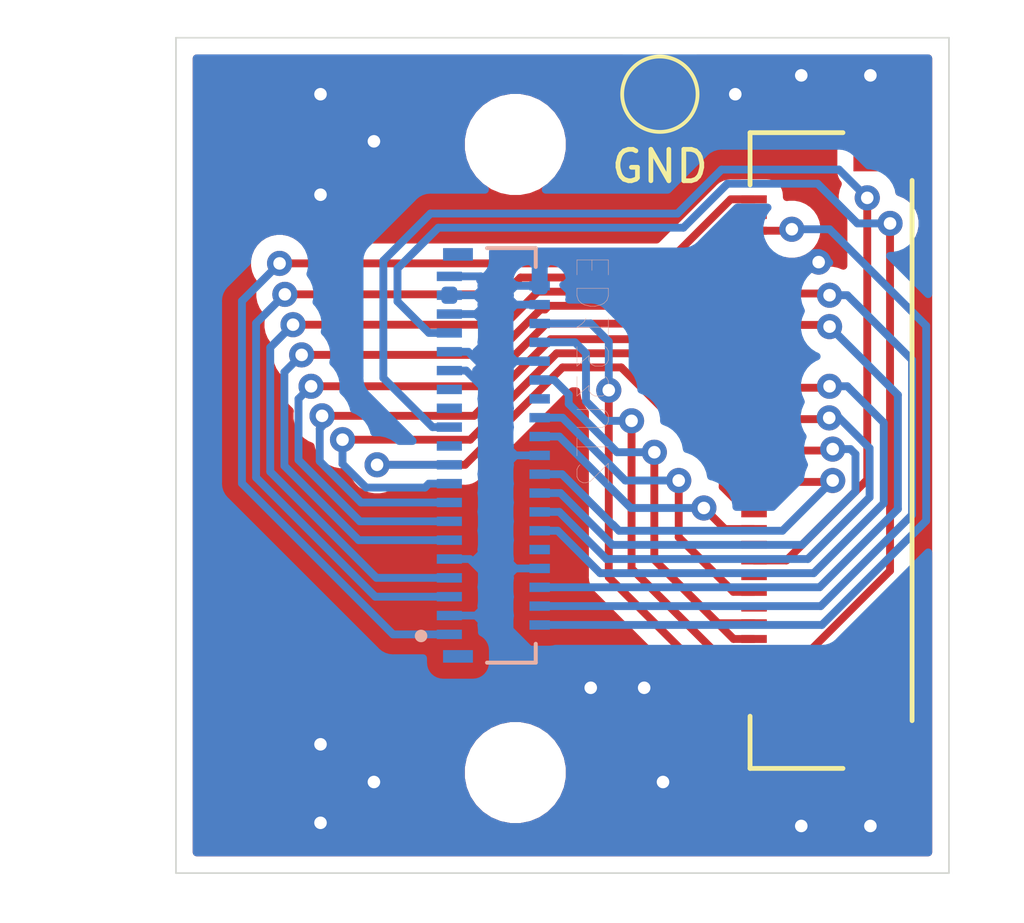
<source format=kicad_pcb>
(kicad_pcb (version 20171130) (host pcbnew 5.1.6)

  (general
    (thickness 1.6)
    (drawings 4)
    (tracks 279)
    (zones 0)
    (modules 5)
    (nets 24)
  )

  (page A4)
  (layers
    (0 F.Cu signal)
    (31 B.Cu signal)
    (32 B.Adhes user)
    (33 F.Adhes user)
    (34 B.Paste user)
    (35 F.Paste user)
    (36 B.SilkS user)
    (37 F.SilkS user)
    (38 B.Mask user)
    (39 F.Mask user)
    (40 Dwgs.User user)
    (41 Cmts.User user)
    (42 Eco1.User user)
    (43 Eco2.User user)
    (44 Edge.Cuts user)
    (45 Margin user)
    (46 B.CrtYd user)
    (47 F.CrtYd user)
    (48 B.Fab user)
    (49 F.Fab user)
  )

  (setup
    (last_trace_width 0.25)
    (user_trace_width 0.5)
    (trace_clearance 0.2)
    (zone_clearance 0.508)
    (zone_45_only no)
    (trace_min 0.2)
    (via_size 0.8)
    (via_drill 0.4)
    (via_min_size 0.4)
    (via_min_drill 0.3)
    (uvia_size 0.3)
    (uvia_drill 0.1)
    (uvias_allowed no)
    (uvia_min_size 0.2)
    (uvia_min_drill 0.1)
    (edge_width 0.05)
    (segment_width 0.2)
    (pcb_text_width 0.3)
    (pcb_text_size 1.5 1.5)
    (mod_edge_width 0.12)
    (mod_text_size 1 1)
    (mod_text_width 0.15)
    (pad_size 1.524 1.524)
    (pad_drill 0.762)
    (pad_to_mask_clearance 0.05)
    (aux_axis_origin 0 0)
    (visible_elements FFFFFF7F)
    (pcbplotparams
      (layerselection 0x010fc_ffffffff)
      (usegerberextensions false)
      (usegerberattributes true)
      (usegerberadvancedattributes true)
      (creategerberjobfile true)
      (excludeedgelayer true)
      (linewidth 0.050000)
      (plotframeref false)
      (viasonmask false)
      (mode 1)
      (useauxorigin false)
      (hpglpennumber 1)
      (hpglpenspeed 20)
      (hpglpendiameter 15.000000)
      (psnegative false)
      (psa4output false)
      (plotreference true)
      (plotvalue true)
      (plotinvisibletext false)
      (padsonsilk false)
      (subtractmaskfromsilk false)
      (outputformat 1)
      (mirror false)
      (drillshape 1)
      (scaleselection 1)
      (outputdirectory ""))
  )

  (net 0 "")
  (net 1 "Net-(J1-Pad1)")
  (net 2 "Net-(J1-Pad3)")
  (net 3 GND)
  (net 4 "Net-(J1-Pad7)")
  (net 5 "Net-(J1-Pad8)")
  (net 6 "Net-(J1-Pad9)")
  (net 7 "Net-(J1-Pad10)")
  (net 8 "Net-(J1-Pad12)")
  (net 9 "Net-(J1-Pad13)")
  (net 10 "Net-(J1-Pad14)")
  (net 11 "Net-(J1-Pad15)")
  (net 12 "Net-(J1-Pad16)")
  (net 13 "Net-(J1-Pad17)")
  (net 14 "Net-(J1-Pad18)")
  (net 15 "Net-(J1-Pad19)")
  (net 16 "Net-(J1-Pad20)")
  (net 17 "Net-(J1-Pad24)")
  (net 18 "Net-(J1-Pad26)")
  (net 19 "Net-(J1-Pad28)")
  (net 20 "Net-(J1-Pad31)")
  (net 21 "Net-(J1-Pad32)")
  (net 22 "Net-(J1-Pad33)")
  (net 23 /VCOM)

  (net_class Default "This is the default net class."
    (clearance 0.2)
    (trace_width 0.25)
    (via_dia 0.8)
    (via_drill 0.4)
    (uvia_dia 0.3)
    (uvia_drill 0.1)
    (add_net /VCOM)
    (add_net GND)
    (add_net "Net-(J1-Pad1)")
    (add_net "Net-(J1-Pad10)")
    (add_net "Net-(J1-Pad12)")
    (add_net "Net-(J1-Pad13)")
    (add_net "Net-(J1-Pad14)")
    (add_net "Net-(J1-Pad15)")
    (add_net "Net-(J1-Pad16)")
    (add_net "Net-(J1-Pad17)")
    (add_net "Net-(J1-Pad18)")
    (add_net "Net-(J1-Pad19)")
    (add_net "Net-(J1-Pad20)")
    (add_net "Net-(J1-Pad24)")
    (add_net "Net-(J1-Pad26)")
    (add_net "Net-(J1-Pad28)")
    (add_net "Net-(J1-Pad3)")
    (add_net "Net-(J1-Pad31)")
    (add_net "Net-(J1-Pad32)")
    (add_net "Net-(J1-Pad33)")
    (add_net "Net-(J1-Pad7)")
    (add_net "Net-(J1-Pad8)")
    (add_net "Net-(J1-Pad9)")
  )

  (module epaper-breakout:CONN_ED097OC4_mirrored (layer F.Cu) (tedit 5F134F3F) (tstamp 5F0B7A1A)
    (at 44.6 27.6 270)
    (descr "FPC connector for ED097OC4")
    (path /5F0D0FB0)
    (attr smd)
    (fp_text reference J1 (at -0.254 -2.1971 90) (layer F.SilkS) hide
      (effects (font (size 1 1) (thickness 0.15)))
    )
    (fp_text value XF2M-3315-1A (at 0 -8.89 90) (layer F.SilkS) hide
      (effects (font (size 1 1) (thickness 0.15)))
    )
    (fp_text user "Copyright 2016 Accelerated Designs. All rights reserved." (at 0 0 90) (layer Cmts.User) hide
      (effects (font (size 0.127 0.127) (thickness 0.002)))
    )
    (fp_text user * (at -0.254 0.254 90) (layer F.Fab) hide
      (effects (font (size 1 1) (thickness 0.15)))
    )
    (fp_text user * (at -0.254 0.254 90) (layer F.Fab) hide
      (effects (font (size 1 1) (thickness 0.15)))
    )
    (fp_line (start 10.414 -7.3533) (end 10.414 -1.5367) (layer F.CrtYd) (width 0.1524))
    (fp_line (start -10.922 -7.3533) (end 10.414 -7.3533) (layer F.CrtYd) (width 0.1524))
    (fp_line (start -10.922 -1.5367) (end -10.922 -7.3533) (layer F.CrtYd) (width 0.1524))
    (fp_line (start 10.414 -1.5367) (end -10.922 -1.5367) (layer F.CrtYd) (width 0.1524))
    (fp_line (start -8.713739 -2.0701) (end -10.3759 -2.0701) (layer F.SilkS) (width 0.1524))
    (fp_line (start 9.7409 -7.0993) (end 9.7409 -2.1971) (layer F.Fab) (width 0.1524))
    (fp_line (start -10.2489 -7.0993) (end 9.7409 -7.0993) (layer F.Fab) (width 0.1524))
    (fp_line (start -10.2489 -2.1971) (end -10.2489 -7.0993) (layer F.Fab) (width 0.1524))
    (fp_line (start 9.7409 -2.1971) (end -10.2489 -2.1971) (layer F.Fab) (width 0.1524))
    (fp_line (start 9.8679 -5.02666) (end 9.8679 -2.0701) (layer F.SilkS) (width 0.1524))
    (fp_line (start -8.855109 -7.2263) (end 8.347109 -7.2263) (layer F.SilkS) (width 0.1524))
    (fp_line (start -10.3759 -2.0701) (end -10.3759 -5.02666) (layer F.SilkS) (width 0.1524))
    (fp_line (start 9.8679 -2.0701) (end 8.205742 -2.0701) (layer F.SilkS) (width 0.1524))
    (fp_line (start -7.618999 -2.1971) (end -8.253999 -0.9271) (layer F.Fab) (width 0.1524))
    (fp_line (start -8.888999 -2.1971) (end -8.253999 -0.9271) (layer F.Fab) (width 0.1524))
    (pad 1 smd rect (at -8.253999 -2.1971 180) (size 0.8128 0.254) (layers F.Cu F.Paste F.Mask)
      (net 1 "Net-(J1-Pad1)"))
    (pad 2 smd rect (at -7.754 -2.1971 180) (size 0.8128 0.254) (layers F.Cu F.Paste F.Mask))
    (pad 3 smd rect (at -7.253999 -2.1971 180) (size 0.8128 0.254) (layers F.Cu F.Paste F.Mask)
      (net 2 "Net-(J1-Pad3)"))
    (pad 4 smd rect (at -6.754 -2.1971 180) (size 0.8128 0.254) (layers F.Cu F.Paste F.Mask))
    (pad 5 smd rect (at -6.253998 -2.1971 180) (size 0.8128 0.254) (layers F.Cu F.Paste F.Mask)
      (net 3 GND))
    (pad 6 smd rect (at -5.753999 -2.1971 180) (size 0.8128 0.254) (layers F.Cu F.Paste F.Mask))
    (pad 7 smd rect (at -5.254 -2.1971 180) (size 0.8128 0.254) (layers F.Cu F.Paste F.Mask)
      (net 4 "Net-(J1-Pad7)"))
    (pad 8 smd rect (at -4.753999 -2.1971 180) (size 0.8128 0.254) (layers F.Cu F.Paste F.Mask)
      (net 5 "Net-(J1-Pad8)"))
    (pad 9 smd rect (at -4.254 -2.1971 180) (size 0.8128 0.254) (layers F.Cu F.Paste F.Mask)
      (net 6 "Net-(J1-Pad9)"))
    (pad 10 smd rect (at -3.753998 -2.1971 180) (size 0.8128 0.254) (layers F.Cu F.Paste F.Mask)
      (net 7 "Net-(J1-Pad10)"))
    (pad 11 smd rect (at -3.253999 -2.1971 180) (size 0.8128 0.254) (layers F.Cu F.Paste F.Mask))
    (pad 12 smd rect (at -2.754 -2.1971 180) (size 0.8128 0.254) (layers F.Cu F.Paste F.Mask)
      (net 8 "Net-(J1-Pad12)"))
    (pad 13 smd rect (at -2.253999 -2.1971 180) (size 0.8128 0.254) (layers F.Cu F.Paste F.Mask)
      (net 9 "Net-(J1-Pad13)"))
    (pad 14 smd rect (at -1.754 -2.1971 180) (size 0.8128 0.254) (layers F.Cu F.Paste F.Mask)
      (net 10 "Net-(J1-Pad14)"))
    (pad 15 smd rect (at -1.253998 -2.1971 180) (size 0.8128 0.254) (layers F.Cu F.Paste F.Mask)
      (net 11 "Net-(J1-Pad15)"))
    (pad 16 smd rect (at -0.753999 -2.1971 180) (size 0.8128 0.254) (layers F.Cu F.Paste F.Mask)
      (net 12 "Net-(J1-Pad16)"))
    (pad 17 smd rect (at -0.254 -2.1971 180) (size 0.8128 0.254) (layers F.Cu F.Paste F.Mask)
      (net 13 "Net-(J1-Pad17)"))
    (pad 18 smd rect (at 0.246002 -2.1971 180) (size 0.8128 0.254) (layers F.Cu F.Paste F.Mask)
      (net 14 "Net-(J1-Pad18)"))
    (pad 19 smd rect (at 0.746001 -2.1971 180) (size 0.8128 0.254) (layers F.Cu F.Paste F.Mask)
      (net 15 "Net-(J1-Pad19)"))
    (pad 20 smd rect (at 1.246 -2.1971 180) (size 0.8128 0.254) (layers F.Cu F.Paste F.Mask)
      (net 16 "Net-(J1-Pad20)"))
    (pad 21 smd rect (at 1.746001 -2.1971 180) (size 0.8128 0.254) (layers F.Cu F.Paste F.Mask))
    (pad 22 smd rect (at 2.246 -2.1971 180) (size 0.8128 0.254) (layers F.Cu F.Paste F.Mask)
      (net 23 /VCOM))
    (pad 23 smd rect (at 2.746002 -2.1971 180) (size 0.8128 0.254) (layers F.Cu F.Paste F.Mask))
    (pad 24 smd rect (at 3.246001 -2.1971 180) (size 0.8128 0.254) (layers F.Cu F.Paste F.Mask)
      (net 17 "Net-(J1-Pad24)"))
    (pad 25 smd rect (at 3.746 -2.1971 180) (size 0.8128 0.254) (layers F.Cu F.Paste F.Mask))
    (pad 26 smd rect (at 4.246001 -2.1971 180) (size 0.8128 0.254) (layers F.Cu F.Paste F.Mask)
      (net 18 "Net-(J1-Pad26)"))
    (pad 27 smd rect (at 4.746 -2.1971 180) (size 0.8128 0.254) (layers F.Cu F.Paste F.Mask))
    (pad 28 smd rect (at 5.246002 -2.1971 180) (size 0.8128 0.254) (layers F.Cu F.Paste F.Mask)
      (net 19 "Net-(J1-Pad28)"))
    (pad 29 smd rect (at 5.746001 -2.1971 180) (size 0.8128 0.254) (layers F.Cu F.Paste F.Mask)
      (net 19 "Net-(J1-Pad28)"))
    (pad 30 smd rect (at 6.246 -2.1971 180) (size 0.8128 0.254) (layers F.Cu F.Paste F.Mask))
    (pad 31 smd rect (at 6.746001 -2.1971 180) (size 0.8128 0.254) (layers F.Cu F.Paste F.Mask)
      (net 20 "Net-(J1-Pad31)"))
    (pad 32 smd rect (at 7.246 -2.1971 180) (size 0.8128 0.254) (layers F.Cu F.Paste F.Mask)
      (net 21 "Net-(J1-Pad32)"))
    (pad 33 smd rect (at 7.746002 -2.1971 180) (size 0.8128 0.254) (layers F.Cu F.Paste F.Mask)
      (net 22 "Net-(J1-Pad33)"))
    (pad 34 smd rect (at 9.398 -6.2103 270) (size 1.524 1.7018) (layers F.Cu F.Paste F.Mask))
    (pad 35 smd rect (at -9.906 -6.2103 270) (size 1.524 1.7018) (layers F.Cu F.Paste F.Mask))
  )

  (module TestPoint:TestPoint_Pad_D2.0mm (layer F.Cu) (tedit 5A0F774F) (tstamp 5F13A1DF)
    (at 43.8 16 270)
    (descr "SMD pad as test Point, diameter 2.0mm")
    (tags "test point SMD pad")
    (path /5F13948E)
    (attr virtual)
    (fp_text reference TP1 (at 2.4 -0.2) (layer F.SilkS) hide
      (effects (font (size 1 1) (thickness 0.15)))
    )
    (fp_text value GND (at 2.3 0) (layer F.SilkS)
      (effects (font (size 1 1) (thickness 0.15)))
    )
    (fp_text user %R (at 0 -2 90) (layer F.Fab)
      (effects (font (size 1 1) (thickness 0.15)))
    )
    (fp_circle (center 0 0) (end 1.5 0) (layer F.CrtYd) (width 0.05))
    (fp_circle (center 0 0) (end 0 1.2) (layer F.SilkS) (width 0.12))
    (pad 1 smd circle (at 0 0 270) (size 2 2) (layers F.Cu F.Mask)
      (net 3 GND))
  )

  (module "epaper-breakout:HRS_FH26W-39S-0.3SHW(60)" (layer B.Cu) (tedit 5E69034F) (tstamp 5F0B7A7E)
    (at 38.5 27.5 90)
    (path /5F0D6E6B)
    (fp_text reference J2 (at -3.425 2.825 -90) (layer B.SilkS) hide
      (effects (font (size 1 1) (thickness 0.015)) (justify mirror))
    )
    (fp_text value ED133UT2 (at 2.7 3.2 -90) (layer B.SilkS)
      (effects (font (size 1 1) (thickness 0.015)) (justify mirror))
    )
    (fp_line (start -6.85 -2.05) (end -6.85 2.05) (layer B.CrtYd) (width 0.05))
    (fp_line (start 6.85 -2.05) (end -6.85 -2.05) (layer B.CrtYd) (width 0.05))
    (fp_line (start 6.85 2.05) (end 6.85 -2.05) (layer B.CrtYd) (width 0.05))
    (fp_line (start -6.85 2.05) (end 6.85 2.05) (layer B.CrtYd) (width 0.05))
    (fp_circle (center -5.75 -2.3) (end -5.65 -2.3) (layer B.Fab) (width 0.2))
    (fp_circle (center -5.75 -2.3) (end -5.65 -2.3) (layer B.SilkS) (width 0.2))
    (fp_line (start 6.6 1.35) (end 6 1.35) (layer B.SilkS) (width 0.127))
    (fp_line (start 6.6 -0.2) (end 6.6 1.35) (layer B.SilkS) (width 0.127))
    (fp_line (start -6.6 1.35) (end -6 1.35) (layer B.SilkS) (width 0.127))
    (fp_line (start -6.6 -0.2) (end -6.6 1.35) (layer B.SilkS) (width 0.127))
    (fp_line (start -6.6 -1.9) (end -6.6 1.35) (layer B.Fab) (width 0.127))
    (fp_line (start 6.6 -1.9) (end -6.6 -1.9) (layer B.Fab) (width 0.127))
    (fp_line (start 6.6 1.35) (end 6.6 -1.9) (layer B.Fab) (width 0.127))
    (fp_line (start -6.6 1.35) (end 6.6 1.35) (layer B.Fab) (width 0.127))
    (fp_poly (pts (xy 6.3 -0.9) (xy 6.6 -0.9) (xy 6.6 -1.6) (xy 6.3 -1.6)) (layer B.Paste) (width 0.01))
    (fp_poly (pts (xy -6.6 -0.9) (xy -6.3 -0.9) (xy -6.3 -1.6) (xy -6.6 -1.6)) (layer B.Paste) (width 0.01))
    (fp_poly (pts (xy 5.285 1.8) (xy 5.515 1.8) (xy 5.515 1.25) (xy 5.285 1.25)) (layer B.Paste) (width 0.01))
    (fp_poly (pts (xy 4.685 1.8) (xy 4.915 1.8) (xy 4.915 1.25) (xy 4.685 1.25)) (layer B.Paste) (width 0.01))
    (fp_poly (pts (xy 4.085 1.8) (xy 4.315 1.8) (xy 4.315 1.25) (xy 4.085 1.25)) (layer B.Paste) (width 0.01))
    (fp_poly (pts (xy 3.485 1.8) (xy 3.715 1.8) (xy 3.715 1.25) (xy 3.485 1.25)) (layer B.Paste) (width 0.01))
    (fp_poly (pts (xy 2.885 1.8) (xy 3.115 1.8) (xy 3.115 1.25) (xy 2.885 1.25)) (layer B.Paste) (width 0.01))
    (fp_poly (pts (xy 2.285 1.8) (xy 2.515 1.8) (xy 2.515 1.25) (xy 2.285 1.25)) (layer B.Paste) (width 0.01))
    (fp_poly (pts (xy 1.685 1.8) (xy 1.915 1.8) (xy 1.915 1.25) (xy 1.685 1.25)) (layer B.Paste) (width 0.01))
    (fp_poly (pts (xy 1.085 1.8) (xy 1.315 1.8) (xy 1.315 1.25) (xy 1.085 1.25)) (layer B.Paste) (width 0.01))
    (fp_poly (pts (xy 0.485 1.8) (xy 0.715 1.8) (xy 0.715 1.25) (xy 0.485 1.25)) (layer B.Paste) (width 0.01))
    (fp_poly (pts (xy -0.115 1.8) (xy 0.115 1.8) (xy 0.115 1.25) (xy -0.115 1.25)) (layer B.Paste) (width 0.01))
    (fp_poly (pts (xy -0.715 1.8) (xy -0.485 1.8) (xy -0.485 1.25) (xy -0.715 1.25)) (layer B.Paste) (width 0.01))
    (fp_poly (pts (xy -1.315 1.8) (xy -1.085 1.8) (xy -1.085 1.25) (xy -1.315 1.25)) (layer B.Paste) (width 0.01))
    (fp_poly (pts (xy -1.915 1.8) (xy -1.685 1.8) (xy -1.685 1.25) (xy -1.915 1.25)) (layer B.Paste) (width 0.01))
    (fp_poly (pts (xy -2.515 1.8) (xy -2.285 1.8) (xy -2.285 1.25) (xy -2.515 1.25)) (layer B.Paste) (width 0.01))
    (fp_poly (pts (xy -3.115 1.8) (xy -2.885 1.8) (xy -2.885 1.25) (xy -3.115 1.25)) (layer B.Paste) (width 0.01))
    (fp_poly (pts (xy -3.715 1.8) (xy -3.485 1.8) (xy -3.485 1.25) (xy -3.715 1.25)) (layer B.Paste) (width 0.01))
    (fp_poly (pts (xy -4.315 1.8) (xy -4.085 1.8) (xy -4.085 1.25) (xy -4.315 1.25)) (layer B.Paste) (width 0.01))
    (fp_poly (pts (xy -4.915 1.8) (xy -4.685 1.8) (xy -4.685 1.25) (xy -4.915 1.25)) (layer B.Paste) (width 0.01))
    (fp_poly (pts (xy -5.515 1.8) (xy -5.285 1.8) (xy -5.285 1.25) (xy -5.515 1.25)) (layer B.Paste) (width 0.01))
    (fp_poly (pts (xy 5.585 -1.15) (xy 5.815 -1.15) (xy 5.815 -1.8) (xy 5.585 -1.8)) (layer B.Paste) (width 0.01))
    (fp_poly (pts (xy 4.985 -1.15) (xy 5.215 -1.15) (xy 5.215 -1.8) (xy 4.985 -1.8)) (layer B.Paste) (width 0.01))
    (fp_poly (pts (xy 4.385 -1.15) (xy 4.615 -1.15) (xy 4.615 -1.8) (xy 4.385 -1.8)) (layer B.Paste) (width 0.01))
    (fp_poly (pts (xy 3.785 -1.15) (xy 4.015 -1.15) (xy 4.015 -1.8) (xy 3.785 -1.8)) (layer B.Paste) (width 0.01))
    (fp_poly (pts (xy 3.185 -1.15) (xy 3.415 -1.15) (xy 3.415 -1.8) (xy 3.185 -1.8)) (layer B.Paste) (width 0.01))
    (fp_poly (pts (xy 2.585 -1.15) (xy 2.815 -1.15) (xy 2.815 -1.8) (xy 2.585 -1.8)) (layer B.Paste) (width 0.01))
    (fp_poly (pts (xy 1.985 -1.15) (xy 2.215 -1.15) (xy 2.215 -1.8) (xy 1.985 -1.8)) (layer B.Paste) (width 0.01))
    (fp_poly (pts (xy 1.385 -1.15) (xy 1.615 -1.15) (xy 1.615 -1.8) (xy 1.385 -1.8)) (layer B.Paste) (width 0.01))
    (fp_poly (pts (xy 0.785 -1.15) (xy 1.015 -1.15) (xy 1.015 -1.8) (xy 0.785 -1.8)) (layer B.Paste) (width 0.01))
    (fp_poly (pts (xy 0.185 -1.15) (xy 0.415 -1.15) (xy 0.415 -1.8) (xy 0.185 -1.8)) (layer B.Paste) (width 0.01))
    (fp_poly (pts (xy -0.415 -1.15) (xy -0.185 -1.15) (xy -0.185 -1.8) (xy -0.415 -1.8)) (layer B.Paste) (width 0.01))
    (fp_poly (pts (xy -1.015 -1.15) (xy -0.785 -1.15) (xy -0.785 -1.8) (xy -1.015 -1.8)) (layer B.Paste) (width 0.01))
    (fp_poly (pts (xy -1.615 -1.15) (xy -1.385 -1.15) (xy -1.385 -1.8) (xy -1.615 -1.8)) (layer B.Paste) (width 0.01))
    (fp_poly (pts (xy -2.215 -1.15) (xy -1.985 -1.15) (xy -1.985 -1.8) (xy -2.215 -1.8)) (layer B.Paste) (width 0.01))
    (fp_poly (pts (xy -2.815 -1.15) (xy -2.585 -1.15) (xy -2.585 -1.8) (xy -2.815 -1.8)) (layer B.Paste) (width 0.01))
    (fp_poly (pts (xy -3.415 -1.15) (xy -3.185 -1.15) (xy -3.185 -1.8) (xy -3.415 -1.8)) (layer B.Paste) (width 0.01))
    (fp_poly (pts (xy -4.015 -1.15) (xy -3.785 -1.15) (xy -3.785 -1.8) (xy -4.015 -1.8)) (layer B.Paste) (width 0.01))
    (fp_poly (pts (xy -4.615 -1.15) (xy -4.385 -1.15) (xy -4.385 -1.8) (xy -4.615 -1.8)) (layer B.Paste) (width 0.01))
    (fp_poly (pts (xy -5.215 -1.15) (xy -4.985 -1.15) (xy -4.985 -1.8) (xy -5.215 -1.8)) (layer B.Paste) (width 0.01))
    (fp_poly (pts (xy -5.815 -1.15) (xy -5.585 -1.15) (xy -5.585 -1.8) (xy -5.815 -1.8)) (layer B.Paste) (width 0.01))
    (pad S2 smd rect (at 6.4 -1.125 90) (size 0.4 0.95) (layers B.Cu B.Mask))
    (pad S1 smd rect (at -6.4 -1.125 90) (size 0.4 0.95) (layers B.Cu B.Mask))
    (pad 39 smd rect (at 5.7 -1.4 90) (size 0.3 0.8) (layers B.Cu B.Mask)
      (net 3 GND))
    (pad 38 smd rect (at 5.4 1.475 90) (size 0.3 0.65) (layers B.Cu B.Mask)
      (net 3 GND))
    (pad 37 smd rect (at 5.1 -1.4 90) (size 0.3 0.8) (layers B.Cu B.Mask)
      (net 3 GND))
    (pad 36 smd rect (at 4.8 1.475 90) (size 0.3 0.65) (layers B.Cu B.Mask)
      (net 3 GND))
    (pad 35 smd rect (at 4.5 -1.4 90) (size 0.3 0.8) (layers B.Cu B.Mask)
      (net 3 GND))
    (pad 34 smd rect (at 4.2 1.475 90) (size 0.3 0.65) (layers B.Cu B.Mask)
      (net 22 "Net-(J1-Pad33)"))
    (pad 33 smd rect (at 3.9 -1.4 90) (size 0.3 0.8) (layers B.Cu B.Mask)
      (net 21 "Net-(J1-Pad32)"))
    (pad 32 smd rect (at 3.6 1.475 90) (size 0.3 0.65) (layers B.Cu B.Mask)
      (net 20 "Net-(J1-Pad31)"))
    (pad 31 smd rect (at 3.3 -1.4 90) (size 0.3 0.8) (layers B.Cu B.Mask)
      (net 3 GND))
    (pad 30 smd rect (at 3 1.475 90) (size 0.3 0.65) (layers B.Cu B.Mask)
      (net 3 GND))
    (pad 29 smd rect (at 2.7 -1.4 90) (size 0.3 0.8) (layers B.Cu B.Mask)
      (net 3 GND))
    (pad 28 smd rect (at 2.4 1.475 90) (size 0.3 0.65) (layers B.Cu B.Mask)
      (net 19 "Net-(J1-Pad28)"))
    (pad 27 smd rect (at 2.1 -1.4 90) (size 0.3 0.8) (layers B.Cu B.Mask))
    (pad 26 smd rect (at 1.8 1.475 90) (size 0.3 0.65) (layers B.Cu B.Mask))
    (pad 25 smd rect (at 1.5 -1.4 90) (size 0.3 0.8) (layers B.Cu B.Mask))
    (pad 24 smd rect (at 1.2 1.475 90) (size 0.3 0.65) (layers B.Cu B.Mask)
      (net 18 "Net-(J1-Pad26)"))
    (pad 23 smd rect (at 0.9 -1.4 90) (size 0.3 0.8) (layers B.Cu B.Mask)
      (net 17 "Net-(J1-Pad24)"))
    (pad 22 smd rect (at 0.6 1.475 90) (size 0.3 0.65) (layers B.Cu B.Mask)
      (net 23 /VCOM))
    (pad 21 smd rect (at 0.3 -1.4 90) (size 0.3 0.8) (layers B.Cu B.Mask))
    (pad 20 smd rect (at 0 1.475 90) (size 0.3 0.65) (layers B.Cu B.Mask)
      (net 3 GND))
    (pad 19 smd rect (at -0.3 -1.4 90) (size 0.3 0.8) (layers B.Cu B.Mask)
      (net 16 "Net-(J1-Pad20)"))
    (pad 18 smd rect (at -0.6 1.475 90) (size 0.3 0.65) (layers B.Cu B.Mask)
      (net 15 "Net-(J1-Pad19)"))
    (pad 17 smd rect (at -0.9 -1.4 90) (size 0.3 0.8) (layers B.Cu B.Mask)
      (net 14 "Net-(J1-Pad18)"))
    (pad 16 smd rect (at -1.2 1.475 90) (size 0.3 0.65) (layers B.Cu B.Mask)
      (net 13 "Net-(J1-Pad17)"))
    (pad 15 smd rect (at -1.5 -1.4 90) (size 0.3 0.8) (layers B.Cu B.Mask)
      (net 12 "Net-(J1-Pad16)"))
    (pad 14 smd rect (at -1.8 1.475 90) (size 0.3 0.65) (layers B.Cu B.Mask)
      (net 11 "Net-(J1-Pad15)"))
    (pad 13 smd rect (at -2.1 -1.4 90) (size 0.3 0.8) (layers B.Cu B.Mask)
      (net 10 "Net-(J1-Pad14)"))
    (pad 12 smd rect (at -2.4 1.475 90) (size 0.3 0.65) (layers B.Cu B.Mask)
      (net 9 "Net-(J1-Pad13)"))
    (pad 11 smd rect (at -2.7 -1.4 90) (size 0.3 0.8) (layers B.Cu B.Mask)
      (net 8 "Net-(J1-Pad12)"))
    (pad 10 smd rect (at -3 1.475 90) (size 0.3 0.65) (layers B.Cu B.Mask))
    (pad 9 smd rect (at -3.3 -1.4 90) (size 0.3 0.8) (layers B.Cu B.Mask)
      (net 3 GND))
    (pad 8 smd rect (at -3.6 1.475 90) (size 0.3 0.65) (layers B.Cu B.Mask)
      (net 3 GND))
    (pad 7 smd rect (at -3.9 -1.4 90) (size 0.3 0.8) (layers B.Cu B.Mask)
      (net 7 "Net-(J1-Pad10)"))
    (pad 6 smd rect (at -4.2 1.475 90) (size 0.3 0.65) (layers B.Cu B.Mask)
      (net 6 "Net-(J1-Pad9)"))
    (pad 5 smd rect (at -4.5 -1.4 90) (size 0.3 0.8) (layers B.Cu B.Mask)
      (net 5 "Net-(J1-Pad8)"))
    (pad 4 smd rect (at -4.8 1.475 90) (size 0.3 0.65) (layers B.Cu B.Mask)
      (net 4 "Net-(J1-Pad7)"))
    (pad 3 smd rect (at -5.1 -1.4 90) (size 0.3 0.8) (layers B.Cu B.Mask)
      (net 3 GND))
    (pad 2 smd rect (at -5.4 1.475 90) (size 0.3 0.65) (layers B.Cu B.Mask)
      (net 2 "Net-(J1-Pad3)"))
    (pad 1 smd rect (at -5.7 -1.4 90) (size 0.3 0.8) (layers B.Cu B.Mask)
      (net 1 "Net-(J1-Pad1)"))
  )

  (module MountingHole:MountingHole_2.2mm_M2 (layer F.Cu) (tedit 56D1B4CB) (tstamp 5F0B7D98)
    (at 39.2 17.6)
    (descr "Mounting Hole 2.2mm, no annular, M2")
    (tags "mounting hole 2.2mm no annular m2")
    (path /5F1075EC)
    (attr virtual)
    (fp_text reference H2 (at 0 -3.2) (layer F.SilkS) hide
      (effects (font (size 1 1) (thickness 0.15)))
    )
    (fp_text value MountingHole (at 0 3.2) (layer F.Fab)
      (effects (font (size 1 1) (thickness 0.15)))
    )
    (fp_circle (center 0 0) (end 2.45 0) (layer F.CrtYd) (width 0.05))
    (fp_circle (center 0 0) (end 2.2 0) (layer Cmts.User) (width 0.15))
    (fp_text user %R (at 0.3 0) (layer F.Fab)
      (effects (font (size 1 1) (thickness 0.15)))
    )
    (pad 1 np_thru_hole circle (at 0 0) (size 2.2 2.2) (drill 2.2) (layers *.Cu *.Mask))
  )

  (module MountingHole:MountingHole_2.2mm_M2 (layer F.Cu) (tedit 56D1B4CB) (tstamp 5F0B79D9)
    (at 39.2 37.6)
    (descr "Mounting Hole 2.2mm, no annular, M2")
    (tags "mounting hole 2.2mm no annular m2")
    (path /5F106C0E)
    (attr virtual)
    (fp_text reference H1 (at 0 -3.2) (layer F.SilkS) hide
      (effects (font (size 1 1) (thickness 0.15)))
    )
    (fp_text value MountingHole (at 0 3.2) (layer F.Fab)
      (effects (font (size 1 1) (thickness 0.15)))
    )
    (fp_circle (center 0 0) (end 2.45 0) (layer F.CrtYd) (width 0.05))
    (fp_circle (center 0 0) (end 2.2 0) (layer Cmts.User) (width 0.15))
    (fp_text user %R (at 0.3 0) (layer F.Fab)
      (effects (font (size 1 1) (thickness 0.15)))
    )
    (pad 1 np_thru_hole circle (at 0 0) (size 2.2 2.2) (drill 2.2) (layers *.Cu *.Mask))
  )

  (gr_line (start 53 14.2) (end 28.4 14.2) (layer Edge.Cuts) (width 0.05) (tstamp 5F13CAA1))
  (gr_line (start 53 40.8) (end 53 14.2) (layer Edge.Cuts) (width 0.05))
  (gr_line (start 28.4 40.8) (end 53 40.8) (layer Edge.Cuts) (width 0.05) (tstamp 5F13CAA4))
  (gr_line (start 28.4 14.2) (end 28.4 40.8) (layer Edge.Cuts) (width 0.05) (tstamp 5F13CAA7))

  (via (at 31.697774 21.386938) (size 0.8) (drill 0.4) (layers F.Cu B.Cu) (net 1))
  (segment (start 30.499965 28.391427) (end 35.308538 33.2) (width 0.25) (layer B.Cu) (net 1))
  (segment (start 30.499965 22.584747) (end 30.499965 28.391427) (width 0.25) (layer B.Cu) (net 1))
  (segment (start 35.308538 33.2) (end 37.1 33.2) (width 0.25) (layer B.Cu) (net 1))
  (segment (start 31.697774 21.386938) (end 30.499965 22.584747) (width 0.25) (layer B.Cu) (net 1))
  (segment (start 46.053999 19.346001) (end 46.7971 19.346001) (width 0.25) (layer F.Cu) (net 1))
  (segment (start 44.013062 21.386938) (end 46.053999 19.346001) (width 0.25) (layer F.Cu) (net 1))
  (segment (start 31.697774 21.386938) (end 44.013062 21.386938) (width 0.25) (layer F.Cu) (net 1))
  (via (at 48 20.3) (size 0.8) (drill 0.4) (layers F.Cu B.Cu) (net 2))
  (segment (start 48.955052 32.9) (end 39.975 32.9) (width 0.25) (layer B.Cu) (net 2))
  (segment (start 52.275046 29.580006) (end 48.955052 32.9) (width 0.25) (layer B.Cu) (net 2))
  (segment (start 52.275046 23.375046) (end 52.275046 29.580006) (width 0.25) (layer B.Cu) (net 2))
  (segment (start 49.2 20.3) (end 52.275046 23.375046) (width 0.25) (layer B.Cu) (net 2))
  (segment (start 47.953999 20.346001) (end 48 20.3) (width 0.25) (layer F.Cu) (net 2))
  (segment (start 46.7971 20.346001) (end 47.953999 20.346001) (width 0.25) (layer F.Cu) (net 2))
  (segment (start 49.2 20.3) (end 48 20.3) (width 0.25) (layer B.Cu) (net 2))
  (segment (start 46.7971 21.346002) (end 48.853998 21.346002) (width 0.25) (layer F.Cu) (net 3))
  (segment (start 48.853998 21.346002) (end 49.1 21.1) (width 0.25) (layer F.Cu) (net 3))
  (segment (start 49.1 21.1) (end 49.1 18.8) (width 0.25) (layer F.Cu) (net 3))
  (segment (start 46.3 16) (end 46.2 16) (width 0.25) (layer F.Cu) (net 3))
  (segment (start 49.1 18.8) (end 46.3 16) (width 0.25) (layer F.Cu) (net 3))
  (segment (start 37.1 22.4) (end 38 22.4) (width 0.25) (layer B.Cu) (net 3))
  (segment (start 38 22.4) (end 38.5 22.9) (width 0.25) (layer B.Cu) (net 3))
  (segment (start 37.1 23) (end 38.2 23) (width 0.25) (layer B.Cu) (net 3))
  (segment (start 38.2 23) (end 38.5 23.3) (width 0.25) (layer B.Cu) (net 3))
  (segment (start 38.5 32.710002) (end 40.689998 34.9) (width 0.5) (layer B.Cu) (net 3))
  (segment (start 40.689998 34.9) (end 41.6 34.9) (width 0.5) (layer B.Cu) (net 3))
  (segment (start 38.5 22.9) (end 38.5 22.2) (width 0.5) (layer B.Cu) (net 3))
  (segment (start 38.6 22.1) (end 38.5 22.2) (width 0.25) (layer B.Cu) (net 3))
  (segment (start 39.975 22.1) (end 38.6 22.1) (width 0.25) (layer B.Cu) (net 3))
  (segment (start 38.1 21.8) (end 38.5 22.2) (width 0.25) (layer B.Cu) (net 3))
  (segment (start 37.1 21.8) (end 38.1 21.8) (width 0.25) (layer B.Cu) (net 3))
  (segment (start 38.7 22.7) (end 38.5 22.9) (width 0.25) (layer B.Cu) (net 3))
  (segment (start 39.975 22.7) (end 38.7 22.7) (width 0.25) (layer B.Cu) (net 3))
  (segment (start 39.975 24.5) (end 39 24.5) (width 0.25) (layer B.Cu) (net 3))
  (segment (start 39 24.5) (end 38.5 25) (width 0.25) (layer B.Cu) (net 3))
  (segment (start 38.5 22.9) (end 38.5 25) (width 0.5) (layer B.Cu) (net 3))
  (segment (start 37.7 24.2) (end 38.5 25) (width 0.25) (layer B.Cu) (net 3))
  (segment (start 37.1 24.2) (end 37.7 24.2) (width 0.25) (layer B.Cu) (net 3))
  (segment (start 38.5 25.664998) (end 38.5 25.9) (width 0.25) (layer B.Cu) (net 3))
  (segment (start 37.635002 24.8) (end 38.5 25.664998) (width 0.25) (layer B.Cu) (net 3))
  (segment (start 37.1 24.8) (end 37.635002 24.8) (width 0.25) (layer B.Cu) (net 3))
  (segment (start 38.5 25) (end 38.5 25.9) (width 0.5) (layer B.Cu) (net 3))
  (segment (start 39.975 27.5) (end 39.2 27.5) (width 0.25) (layer B.Cu) (net 3))
  (segment (start 39.2 27.5) (end 38.5 28.2) (width 0.25) (layer B.Cu) (net 3))
  (segment (start 38.5 25.9) (end 38.5 28.2) (width 0.5) (layer B.Cu) (net 3))
  (segment (start 37.75 30.8) (end 38.5 31.55) (width 0.25) (layer B.Cu) (net 3))
  (segment (start 38.5 31.55) (end 38.5 31.7) (width 0.25) (layer B.Cu) (net 3))
  (segment (start 37.1 30.8) (end 37.75 30.8) (width 0.25) (layer B.Cu) (net 3))
  (segment (start 38.5 31.7) (end 38.5 32.710002) (width 0.5) (layer B.Cu) (net 3))
  (segment (start 38.5 28.2) (end 38.5 31.7) (width 0.5) (layer B.Cu) (net 3))
  (segment (start 39.1 31.1) (end 38.5 31.7) (width 0.25) (layer B.Cu) (net 3))
  (segment (start 39.975 31.1) (end 39.1 31.1) (width 0.25) (layer B.Cu) (net 3))
  (segment (start 38.389998 32.6) (end 38.5 32.710002) (width 0.25) (layer B.Cu) (net 3))
  (segment (start 37.1 32.6) (end 38.389998 32.6) (width 0.25) (layer B.Cu) (net 3))
  (segment (start 41.6 34.9) (end 43.3 34.9) (width 0.5) (layer B.Cu) (net 3) (tstamp 5F13CA7F))
  (via (at 41.6 34.9) (size 0.8) (drill 0.4) (layers F.Cu B.Cu) (net 3))
  (segment (start 43.3 34.9) (end 43.3 34.9) (width 0.5) (layer B.Cu) (net 3) (tstamp 5F13CA86))
  (via (at 43.3 34.9) (size 0.8) (drill 0.4) (layers F.Cu B.Cu) (net 3))
  (via (at 33 16) (size 0.8) (drill 0.4) (layers F.Cu B.Cu) (net 3))
  (via (at 33 19.2) (size 0.8) (drill 0.4) (layers F.Cu B.Cu) (net 3))
  (via (at 34.7 17.5) (size 0.8) (drill 0.4) (layers F.Cu B.Cu) (net 3))
  (via (at 33 36.7) (size 0.8) (drill 0.4) (layers F.Cu B.Cu) (net 3))
  (via (at 33 39.2) (size 0.8) (drill 0.4) (layers F.Cu B.Cu) (net 3))
  (via (at 34.7 37.9) (size 0.8) (drill 0.4) (layers F.Cu B.Cu) (net 3))
  (via (at 43.9 37.9) (size 0.8) (drill 0.4) (layers F.Cu B.Cu) (net 3))
  (via (at 48.3 15.4) (size 0.8) (drill 0.4) (layers F.Cu B.Cu) (net 3))
  (via (at 50.5 15.4) (size 0.8) (drill 0.4) (layers F.Cu B.Cu) (net 3))
  (via (at 48.3 39.3) (size 0.8) (drill 0.4) (layers F.Cu B.Cu) (net 3))
  (via (at 50.5 39.3) (size 0.8) (drill 0.4) (layers F.Cu B.Cu) (net 3))
  (segment (start 46.2 16) (end 43.8 16) (width 0.25) (layer F.Cu) (net 3) (tstamp 5F13CA88))
  (via (at 46.2 16) (size 0.8) (drill 0.4) (layers F.Cu B.Cu) (net 3))
  (segment (start 48.853998 21.346002) (end 48.853998 21.346002) (width 0.25) (layer F.Cu) (net 3) (tstamp 5F13CA9B))
  (via (at 48.853998 21.346002) (size 0.8) (drill 0.4) (layers F.Cu B.Cu) (net 3))
  (via (at 49.2 22.4) (size 0.8) (drill 0.4) (layers F.Cu B.Cu) (net 4))
  (segment (start 49.146 22.346) (end 49.2 22.4) (width 0.25) (layer F.Cu) (net 4))
  (segment (start 46.7971 22.346) (end 49.146 22.346) (width 0.25) (layer F.Cu) (net 4))
  (segment (start 48.918642 32.3) (end 39.975 32.3) (width 0.25) (layer B.Cu) (net 4))
  (segment (start 51.825037 29.393605) (end 48.918642 32.3) (width 0.25) (layer B.Cu) (net 4))
  (segment (start 51.825037 24.459352) (end 51.825037 29.393605) (width 0.25) (layer B.Cu) (net 4))
  (segment (start 49.765685 22.4) (end 51.825037 24.459352) (width 0.25) (layer B.Cu) (net 4))
  (segment (start 49.2 22.4) (end 49.765685 22.4) (width 0.25) (layer B.Cu) (net 4))
  (via (at 31.865804 22.372722) (size 0.8) (drill 0.4) (layers F.Cu B.Cu) (net 5))
  (segment (start 34.744948 32) (end 37.1 32) (width 0.25) (layer B.Cu) (net 5))
  (segment (start 30.949974 28.205026) (end 34.744948 32) (width 0.25) (layer B.Cu) (net 5))
  (segment (start 30.949974 23.288552) (end 30.949974 28.205026) (width 0.25) (layer B.Cu) (net 5))
  (segment (start 31.865804 22.372722) (end 30.949974 23.288552) (width 0.25) (layer B.Cu) (net 5))
  (segment (start 45.846001 22.846001) (end 46.7971 22.846001) (width 0.25) (layer F.Cu) (net 5))
  (segment (start 39.363052 21.836948) (end 44.836948 21.836948) (width 0.25) (layer F.Cu) (net 5))
  (segment (start 38.827278 22.372722) (end 39.363052 21.836948) (width 0.25) (layer F.Cu) (net 5))
  (segment (start 44.836948 21.836948) (end 45.846001 22.846001) (width 0.25) (layer F.Cu) (net 5))
  (segment (start 31.865804 22.372722) (end 38.827278 22.372722) (width 0.25) (layer F.Cu) (net 5))
  (via (at 49.2 23.4) (size 0.8) (drill 0.4) (layers F.Cu B.Cu) (net 6))
  (segment (start 49.146 23.346) (end 49.2 23.4) (width 0.25) (layer F.Cu) (net 6))
  (segment (start 46.7971 23.346) (end 49.146 23.346) (width 0.25) (layer F.Cu) (net 6))
  (segment (start 48.882232 31.7) (end 39.975 31.7) (width 0.25) (layer B.Cu) (net 6))
  (segment (start 51.375028 29.207204) (end 48.882232 31.7) (width 0.25) (layer B.Cu) (net 6))
  (segment (start 51.375029 25.575029) (end 51.375028 29.207204) (width 0.25) (layer B.Cu) (net 6))
  (segment (start 49.2 23.4) (end 51.375029 25.575029) (width 0.25) (layer B.Cu) (net 6))
  (via (at 32.125279 23.338474) (size 0.8) (drill 0.4) (layers F.Cu B.Cu) (net 7))
  (segment (start 34.781358 31.4) (end 37.1 31.4) (width 0.25) (layer B.Cu) (net 7))
  (segment (start 31.399982 24.063772) (end 31.399983 28.018625) (width 0.25) (layer B.Cu) (net 7))
  (segment (start 31.399983 28.018625) (end 34.781358 31.4) (width 0.25) (layer B.Cu) (net 7))
  (segment (start 32.125279 23.338474) (end 31.399982 24.063772) (width 0.25) (layer B.Cu) (net 7))
  (segment (start 46.749102 23.894) (end 46.7971 23.846002) (width 0.25) (layer F.Cu) (net 7))
  (segment (start 39.913042 22.286958) (end 44.6 22.286958) (width 0.25) (layer F.Cu) (net 7))
  (segment (start 38.861526 23.338474) (end 39.913042 22.286958) (width 0.25) (layer F.Cu) (net 7))
  (segment (start 46.207042 23.894) (end 46.749102 23.894) (width 0.25) (layer F.Cu) (net 7))
  (segment (start 44.6 22.286958) (end 46.207042 23.894) (width 0.25) (layer F.Cu) (net 7))
  (segment (start 32.125279 23.338474) (end 38.861526 23.338474) (width 0.25) (layer F.Cu) (net 7))
  (via (at 32.4 24.3) (size 0.8) (drill 0.4) (layers F.Cu B.Cu) (net 8))
  (segment (start 34.217768 30.2) (end 37.1 30.2) (width 0.25) (layer B.Cu) (net 8))
  (segment (start 31.849992 27.832224) (end 34.217768 30.2) (width 0.25) (layer B.Cu) (net 8))
  (segment (start 31.849991 24.850009) (end 31.849992 27.832224) (width 0.25) (layer B.Cu) (net 8))
  (segment (start 32.4 24.3) (end 31.849991 24.850009) (width 0.25) (layer B.Cu) (net 8))
  (segment (start 44.036968 22.736968) (end 46.146 24.846) (width 0.25) (layer F.Cu) (net 8))
  (segment (start 40.263032 22.736968) (end 44.036968 22.736968) (width 0.25) (layer F.Cu) (net 8))
  (segment (start 46.146 24.846) (end 46.7971 24.846) (width 0.25) (layer F.Cu) (net 8))
  (segment (start 40.144827 22.855173) (end 40.263032 22.736968) (width 0.25) (layer F.Cu) (net 8))
  (segment (start 40 22.855173) (end 40.144827 22.855173) (width 0.25) (layer F.Cu) (net 8))
  (segment (start 38.555173 24.3) (end 40 22.855173) (width 0.25) (layer F.Cu) (net 8))
  (segment (start 32.4 24.3) (end 38.555173 24.3) (width 0.25) (layer F.Cu) (net 8))
  (via (at 49.2 25.3) (size 0.8) (drill 0.4) (layers F.Cu B.Cu) (net 9))
  (segment (start 49.153999 25.346001) (end 49.2 25.3) (width 0.25) (layer F.Cu) (net 9))
  (segment (start 46.7971 25.346001) (end 49.153999 25.346001) (width 0.25) (layer F.Cu) (net 9))
  (segment (start 50.925019 26.459334) (end 50.925019 29.020803) (width 0.25) (layer B.Cu) (net 9))
  (segment (start 49.765685 25.3) (end 50.925019 26.459334) (width 0.25) (layer B.Cu) (net 9))
  (segment (start 49.2 25.3) (end 49.765685 25.3) (width 0.25) (layer B.Cu) (net 9))
  (segment (start 40.55 29.9) (end 41.89999 31.24999) (width 0.25) (layer B.Cu) (net 9))
  (segment (start 39.975 29.9) (end 40.55 29.9) (width 0.25) (layer B.Cu) (net 9))
  (segment (start 48.695832 31.24999) (end 50.925019 29.020803) (width 0.25) (layer B.Cu) (net 9))
  (segment (start 41.89999 31.24999) (end 48.695832 31.24999) (width 0.25) (layer B.Cu) (net 9))
  (via (at 32.7 25.3) (size 0.8) (drill 0.4) (layers F.Cu B.Cu) (net 10))
  (segment (start 34.254178 29.6) (end 37.1 29.6) (width 0.25) (layer B.Cu) (net 10))
  (segment (start 32.300001 27.645823) (end 34.254178 29.6) (width 0.25) (layer B.Cu) (net 10))
  (segment (start 32.300001 25.699999) (end 32.300001 27.645823) (width 0.25) (layer B.Cu) (net 10))
  (segment (start 32.7 25.3) (end 32.300001 25.699999) (width 0.25) (layer B.Cu) (net 10))
  (segment (start 45.4 25.067303) (end 46.178697 25.846) (width 0.25) (layer F.Cu) (net 10))
  (segment (start 45.1 24.5) (end 45.4 24.8) (width 0.25) (layer F.Cu) (net 10))
  (segment (start 45.089634 24.5) (end 45.1 24.5) (width 0.25) (layer F.Cu) (net 10))
  (segment (start 43.894817 23.305183) (end 45.089634 24.5) (width 0.25) (layer F.Cu) (net 10))
  (segment (start 46.178697 25.846) (end 46.7971 25.846) (width 0.25) (layer F.Cu) (net 10))
  (segment (start 45.4 24.8) (end 45.4 25.067303) (width 0.25) (layer F.Cu) (net 10))
  (segment (start 40.1864 23.305183) (end 43.894817 23.305183) (width 0.25) (layer F.Cu) (net 10))
  (segment (start 38.191583 25.3) (end 40.1864 23.305183) (width 0.25) (layer F.Cu) (net 10))
  (segment (start 32.7 25.3) (end 38.191583 25.3) (width 0.25) (layer F.Cu) (net 10))
  (via (at 49.189569 26.306114) (size 0.8) (drill 0.4) (layers F.Cu B.Cu) (net 11))
  (segment (start 49.149681 26.346002) (end 49.189569 26.306114) (width 0.25) (layer F.Cu) (net 11))
  (segment (start 46.7971 26.346002) (end 49.149681 26.346002) (width 0.25) (layer F.Cu) (net 11))
  (segment (start 42.09998 30.79998) (end 48.509432 30.79998) (width 0.25) (layer B.Cu) (net 11))
  (segment (start 40.6 29.3) (end 42.09998 30.79998) (width 0.25) (layer B.Cu) (net 11))
  (segment (start 39.975 29.3) (end 40.6 29.3) (width 0.25) (layer B.Cu) (net 11))
  (segment (start 49.508209 26.306114) (end 49.189569 26.306114) (width 0.25) (layer B.Cu) (net 11))
  (segment (start 50.47501 27.272915) (end 49.508209 26.306114) (width 0.25) (layer B.Cu) (net 11))
  (segment (start 50.475011 28.834401) (end 50.47501 27.272915) (width 0.25) (layer B.Cu) (net 11))
  (segment (start 48.509432 30.79998) (end 50.475011 28.834401) (width 0.25) (layer B.Cu) (net 11))
  (via (at 33.049208 26.240742) (size 0.8) (drill 0.4) (layers F.Cu B.Cu) (net 12))
  (segment (start 34.290588 29) (end 37.1 29) (width 0.25) (layer B.Cu) (net 12))
  (segment (start 32.974999 26.651999) (end 32.974999 27.684411) (width 0.25) (layer B.Cu) (net 12))
  (segment (start 32.974999 27.684411) (end 34.290588 29) (width 0.25) (layer B.Cu) (net 12))
  (segment (start 33.049208 26.57779) (end 32.974999 26.651999) (width 0.25) (layer B.Cu) (net 12))
  (segment (start 33.049208 26.240742) (end 33.049208 26.57779) (width 0.25) (layer B.Cu) (net 12))
  (segment (start 33.049208 26.240742) (end 37.887251 26.240742) (width 0.25) (layer F.Cu) (net 12))
  (segment (start 37.887251 26.240742) (end 40.327993 23.8) (width 0.25) (layer F.Cu) (net 12))
  (segment (start 40.327993 23.8) (end 43.496287 23.8) (width 0.25) (layer F.Cu) (net 12))
  (segment (start 43.496287 23.8) (end 45.7 26.003713) (width 0.25) (layer F.Cu) (net 12))
  (segment (start 46.082701 26.846001) (end 46.7971 26.846001) (width 0.25) (layer F.Cu) (net 12))
  (segment (start 45.7 26.4633) (end 46.082701 26.846001) (width 0.25) (layer F.Cu) (net 12))
  (segment (start 45.7 26.003713) (end 45.7 26.4633) (width 0.25) (layer F.Cu) (net 12))
  (via (at 49.3 27.3) (size 0.8) (drill 0.4) (layers F.Cu B.Cu) (net 13))
  (segment (start 49.254 27.346) (end 49.3 27.3) (width 0.25) (layer F.Cu) (net 13))
  (segment (start 46.7971 27.346) (end 49.254 27.346) (width 0.25) (layer F.Cu) (net 13))
  (segment (start 39.975 28.7) (end 40.63641 28.7) (width 0.25) (layer B.Cu) (net 13))
  (segment (start 40.63641 28.7) (end 42.28638 30.34997) (width 0.25) (layer B.Cu) (net 13))
  (segment (start 49.865685 27.3) (end 49.3 27.3) (width 0.25) (layer B.Cu) (net 13))
  (segment (start 50.025001 27.459316) (end 49.865685 27.3) (width 0.25) (layer B.Cu) (net 13))
  (segment (start 50.025001 28.648001) (end 50.025001 27.459316) (width 0.25) (layer B.Cu) (net 13))
  (segment (start 48.323032 30.34997) (end 50.025001 28.648001) (width 0.25) (layer B.Cu) (net 13))
  (segment (start 42.28638 30.34997) (end 48.323032 30.34997) (width 0.25) (layer B.Cu) (net 13))
  (via (at 33.7 27) (size 0.8) (drill 0.4) (layers F.Cu B.Cu) (net 14))
  (segment (start 36.324999 28.525001) (end 36.45 28.4) (width 0.25) (layer B.Cu) (net 14))
  (segment (start 36.45 28.4) (end 37.1 28.4) (width 0.25) (layer B.Cu) (net 14))
  (segment (start 34.451999 28.525001) (end 36.324999 28.525001) (width 0.25) (layer B.Cu) (net 14))
  (segment (start 33.7 27.773002) (end 34.451999 28.525001) (width 0.25) (layer B.Cu) (net 14))
  (segment (start 33.7 27) (end 33.7 27.773002) (width 0.25) (layer B.Cu) (net 14))
  (segment (start 33.7 27) (end 37.764403 27) (width 0.25) (layer F.Cu) (net 14))
  (segment (start 37.764403 27) (end 40.514393 24.25001) (width 0.25) (layer F.Cu) (net 14))
  (segment (start 40.514393 24.25001) (end 42.85001 24.25001) (width 0.25) (layer F.Cu) (net 14))
  (segment (start 46.1787 27.846002) (end 46.7971 27.846002) (width 0.25) (layer F.Cu) (net 14))
  (segment (start 45.8 27.467302) (end 46.1787 27.846002) (width 0.25) (layer F.Cu) (net 14))
  (segment (start 45.8 27.2) (end 45.8 27.467302) (width 0.25) (layer F.Cu) (net 14))
  (segment (start 42.85001 24.25001) (end 45.8 27.2) (width 0.25) (layer F.Cu) (net 14))
  (via (at 49.3 28.3) (size 0.8) (drill 0.4) (layers F.Cu B.Cu) (net 15))
  (segment (start 49.253999 28.346001) (end 49.3 28.3) (width 0.25) (layer F.Cu) (net 15))
  (segment (start 46.7971 28.346001) (end 49.253999 28.346001) (width 0.25) (layer F.Cu) (net 15))
  (segment (start 39.975 28.1) (end 40.68645 28.1) (width 0.25) (layer B.Cu) (net 15))
  (segment (start 42.31355 29.71355) (end 42.49996 29.89996) (width 0.25) (layer B.Cu) (net 15))
  (segment (start 42.3 29.71355) (end 42.31355 29.71355) (width 0.25) (layer B.Cu) (net 15))
  (segment (start 40.68645 28.1) (end 42.3 29.71355) (width 0.25) (layer B.Cu) (net 15))
  (segment (start 47.70004 29.89996) (end 49.3 28.3) (width 0.25) (layer B.Cu) (net 15))
  (segment (start 42.49996 29.89996) (end 47.70004 29.89996) (width 0.25) (layer B.Cu) (net 15))
  (via (at 34.8 27.8) (size 0.8) (drill 0.4) (layers F.Cu B.Cu) (net 16))
  (segment (start 37.1 27.8) (end 34.8 27.8) (width 0.25) (layer B.Cu) (net 16))
  (segment (start 46.1407 28.846) (end 46.7971 28.846) (width 0.25) (layer F.Cu) (net 16))
  (segment (start 45.8 28.5053) (end 46.1407 28.846) (width 0.25) (layer F.Cu) (net 16))
  (segment (start 45.8 28.103712) (end 45.8 28.5053) (width 0.25) (layer F.Cu) (net 16))
  (segment (start 44.737348 27.04106) (end 45.8 28.103712) (width 0.25) (layer F.Cu) (net 16))
  (segment (start 42.573022 24.70002) (end 44.737348 26.864346) (width 0.25) (layer F.Cu) (net 16))
  (segment (start 40.700793 24.70002) (end 42.573022 24.70002) (width 0.25) (layer F.Cu) (net 16))
  (segment (start 37.600813 27.8) (end 40.700793 24.70002) (width 0.25) (layer F.Cu) (net 16))
  (segment (start 44.737348 26.864346) (end 44.737348 27.04106) (width 0.25) (layer F.Cu) (net 16))
  (segment (start 34.8 27.8) (end 37.600813 27.8) (width 0.25) (layer F.Cu) (net 16))
  (segment (start 47.827001 30.846001) (end 50.4 28.273002) (width 0.25) (layer F.Cu) (net 17))
  (segment (start 46.7971 30.846001) (end 47.827001 30.846001) (width 0.25) (layer F.Cu) (net 17))
  (via (at 50.4 19.3) (size 0.8) (drill 0.4) (layers F.Cu B.Cu) (net 17))
  (segment (start 50.4 28.273002) (end 50.4 19.3) (width 0.25) (layer F.Cu) (net 17))
  (segment (start 45.76359 18.4) (end 49.5 18.4) (width 0.25) (layer B.Cu) (net 17))
  (segment (start 44.36359 19.8) (end 45.76359 18.4) (width 0.25) (layer B.Cu) (net 17))
  (segment (start 36.5 19.8) (end 44.36359 19.8) (width 0.25) (layer B.Cu) (net 17))
  (segment (start 49.5 18.4) (end 50.4 19.3) (width 0.25) (layer B.Cu) (net 17))
  (segment (start 35 21.3) (end 36.5 19.8) (width 0.25) (layer B.Cu) (net 17))
  (segment (start 35 25.035002) (end 35 21.3) (width 0.25) (layer B.Cu) (net 17))
  (segment (start 36.564998 26.6) (end 35 25.035002) (width 0.25) (layer B.Cu) (net 17))
  (segment (start 37.1 26.6) (end 36.564998 26.6) (width 0.25) (layer B.Cu) (net 17))
  (via (at 44.4 28.3) (size 0.8) (drill 0.4) (layers F.Cu B.Cu) (net 18))
  (segment (start 44.4 30.105301) (end 44.4 28.3) (width 0.25) (layer F.Cu) (net 18))
  (segment (start 46.1407 31.846001) (end 44.4 30.105301) (width 0.25) (layer F.Cu) (net 18))
  (segment (start 46.7971 31.846001) (end 46.1407 31.846001) (width 0.25) (layer F.Cu) (net 18))
  (segment (start 44.4 28.3) (end 42.7 28.3) (width 0.25) (layer B.Cu) (net 18))
  (segment (start 40.7 26.3) (end 39.975 26.3) (width 0.25) (layer B.Cu) (net 18))
  (segment (start 42.7 28.3) (end 40.7 26.3) (width 0.25) (layer B.Cu) (net 18))
  (segment (start 46.7971 33.346001) (end 46.146001 33.346001) (width 0.25) (layer F.Cu) (net 19))
  (segment (start 46.146001 33.346001) (end 44.012347 31.212347) (width 0.25) (layer F.Cu) (net 19))
  (segment (start 45.646002 32.846002) (end 44.012347 31.212347) (width 0.25) (layer F.Cu) (net 19))
  (segment (start 46.7971 32.846002) (end 45.646002 32.846002) (width 0.25) (layer F.Cu) (net 19))
  (segment (start 44.012347 31.212347) (end 43.6 30.8) (width 0.25) (layer F.Cu) (net 19))
  (via (at 43.623848 27.4) (size 0.8) (drill 0.4) (layers F.Cu B.Cu) (net 19))
  (segment (start 43.623848 30.776152) (end 43.623848 27.4) (width 0.25) (layer F.Cu) (net 19))
  (segment (start 43.6 30.8) (end 43.623848 30.776152) (width 0.25) (layer F.Cu) (net 19))
  (segment (start 42.439416 27.4) (end 40.9 25.860584) (width 0.25) (layer B.Cu) (net 19))
  (segment (start 43.623848 27.4) (end 42.439416 27.4) (width 0.25) (layer B.Cu) (net 19))
  (segment (start 40.435002 25.1) (end 39.975 25.1) (width 0.25) (layer B.Cu) (net 19))
  (segment (start 40.9 25.564998) (end 40.435002 25.1) (width 0.25) (layer B.Cu) (net 19))
  (segment (start 40.9 25.860584) (end 40.9 25.564998) (width 0.25) (layer B.Cu) (net 19))
  (via (at 42.898848 26.4) (size 0.8) (drill 0.4) (layers F.Cu B.Cu) (net 20))
  (segment (start 42.898848 31.104149) (end 42.898848 26.4) (width 0.25) (layer F.Cu) (net 20))
  (segment (start 46.1407 34.346001) (end 42.898848 31.104149) (width 0.25) (layer F.Cu) (net 20))
  (segment (start 46.7971 34.346001) (end 46.1407 34.346001) (width 0.25) (layer F.Cu) (net 20))
  (segment (start 41.448847 25.773021) (end 41.448847 24.251153) (width 0.25) (layer B.Cu) (net 20))
  (segment (start 42.075826 26.4) (end 41.448847 25.773021) (width 0.25) (layer B.Cu) (net 20))
  (segment (start 42.898848 26.4) (end 42.075826 26.4) (width 0.25) (layer B.Cu) (net 20))
  (segment (start 41.097694 23.9) (end 39.975 23.9) (width 0.25) (layer B.Cu) (net 20))
  (segment (start 41.448847 24.251153) (end 41.097694 23.9) (width 0.25) (layer B.Cu) (net 20))
  (segment (start 51.125 31.1745) (end 51.125 20.113735) (width 0.25) (layer F.Cu) (net 21))
  (via (at 51.125 20.113735) (size 0.8) (drill 0.4) (layers F.Cu B.Cu) (net 21))
  (segment (start 47.4535 34.846) (end 51.125 31.1745) (width 0.25) (layer F.Cu) (net 21))
  (segment (start 46.7971 34.846) (end 47.4535 34.846) (width 0.25) (layer F.Cu) (net 21))
  (segment (start 50.086737 20.113735) (end 51.125 20.113735) (width 0.25) (layer B.Cu) (net 21))
  (segment (start 48.823012 18.85001) (end 50.086737 20.113735) (width 0.25) (layer B.Cu) (net 21))
  (segment (start 44.54999 20.25001) (end 45.94999 18.85001) (width 0.25) (layer B.Cu) (net 21))
  (segment (start 45.94999 18.85001) (end 48.823012 18.85001) (width 0.25) (layer B.Cu) (net 21))
  (segment (start 36.74999 20.25001) (end 44.54999 20.25001) (width 0.25) (layer B.Cu) (net 21))
  (segment (start 35.45001 21.54999) (end 36.74999 20.25001) (width 0.25) (layer B.Cu) (net 21))
  (segment (start 36.45 23.6) (end 35.45001 22.60001) (width 0.25) (layer B.Cu) (net 21))
  (segment (start 35.45001 22.60001) (end 35.45001 21.54999) (width 0.25) (layer B.Cu) (net 21))
  (segment (start 37.1 23.6) (end 36.45 23.6) (width 0.25) (layer B.Cu) (net 21))
  (via (at 42.173848 25.42502) (size 0.8) (drill 0.4) (layers F.Cu B.Cu) (net 22))
  (segment (start 42.173848 31.37915) (end 42.173848 25.42502) (width 0.25) (layer F.Cu) (net 22))
  (segment (start 46.1407 35.346002) (end 42.173848 31.37915) (width 0.25) (layer F.Cu) (net 22))
  (segment (start 46.7971 35.346002) (end 46.1407 35.346002) (width 0.25) (layer F.Cu) (net 22))
  (segment (start 42.173848 25.42502) (end 42.173848 23.873848) (width 0.25) (layer B.Cu) (net 22))
  (segment (start 41.6 23.3) (end 39.975 23.3) (width 0.25) (layer B.Cu) (net 22))
  (segment (start 42.173848 23.873848) (end 41.6 23.3) (width 0.25) (layer B.Cu) (net 22))
  (via (at 45.2 29.17496) (size 0.8) (drill 0.4) (layers F.Cu B.Cu) (net 23))
  (segment (start 45.87104 29.846) (end 45.2 29.17496) (width 0.25) (layer F.Cu) (net 23))
  (segment (start 46.7971 29.846) (end 45.87104 29.846) (width 0.25) (layer F.Cu) (net 23))
  (segment (start 45.2 29.17496) (end 42.87496 29.17496) (width 0.25) (layer B.Cu) (net 23))
  (segment (start 40.6 26.9) (end 39.975 26.9) (width 0.25) (layer B.Cu) (net 23))
  (segment (start 42.87496 29.17496) (end 40.6 26.9) (width 0.25) (layer B.Cu) (net 23))

  (zone (net 3) (net_name GND) (layer B.Cu) (tstamp 0) (hatch edge 0.508)
    (connect_pads (clearance 0.508))
    (min_thickness 0.254)
    (fill yes (arc_segments 32) (thermal_gap 0.508) (thermal_bridge_width 0.508))
    (polygon
      (pts
        (xy 55 42) (xy 23.4 41.8) (xy 23.4 13.2) (xy 55 13.2)
      )
    )
    (filled_polygon
      (pts
        (xy 52.340001 22.365199) (xy 51.123536 21.148735) (xy 51.226939 21.148735) (xy 51.426898 21.108961) (xy 51.615256 21.03094)
        (xy 51.784774 20.917672) (xy 51.928937 20.773509) (xy 52.042205 20.603991) (xy 52.120226 20.415633) (xy 52.16 20.215674)
        (xy 52.16 20.011796) (xy 52.120226 19.811837) (xy 52.042205 19.623479) (xy 51.928937 19.453961) (xy 51.784774 19.309798)
        (xy 51.615256 19.19653) (xy 51.426898 19.118509) (xy 51.418858 19.11691) (xy 51.395226 18.998102) (xy 51.317205 18.809744)
        (xy 51.203937 18.640226) (xy 51.059774 18.496063) (xy 50.890256 18.382795) (xy 50.701898 18.304774) (xy 50.501939 18.265)
        (xy 50.439801 18.265) (xy 50.063803 17.889002) (xy 50.040001 17.859999) (xy 49.924276 17.765026) (xy 49.792247 17.694454)
        (xy 49.648986 17.650997) (xy 49.537333 17.64) (xy 49.537322 17.64) (xy 49.5 17.636324) (xy 49.462678 17.64)
        (xy 45.800912 17.64) (xy 45.76359 17.636324) (xy 45.726267 17.64) (xy 45.726257 17.64) (xy 45.614604 17.650997)
        (xy 45.471343 17.694454) (xy 45.339313 17.765026) (xy 45.255673 17.833668) (xy 45.223589 17.859999) (xy 45.199791 17.888997)
        (xy 44.048789 19.04) (xy 40.167806 19.04) (xy 40.305998 18.947663) (xy 40.547663 18.705998) (xy 40.737537 18.421831)
        (xy 40.868325 18.106081) (xy 40.935 17.770883) (xy 40.935 17.429117) (xy 40.868325 17.093919) (xy 40.737537 16.778169)
        (xy 40.547663 16.494002) (xy 40.305998 16.252337) (xy 40.021831 16.062463) (xy 39.706081 15.931675) (xy 39.370883 15.865)
        (xy 39.029117 15.865) (xy 38.693919 15.931675) (xy 38.378169 16.062463) (xy 38.094002 16.252337) (xy 37.852337 16.494002)
        (xy 37.662463 16.778169) (xy 37.531675 17.093919) (xy 37.465 17.429117) (xy 37.465 17.770883) (xy 37.531675 18.106081)
        (xy 37.662463 18.421831) (xy 37.852337 18.705998) (xy 38.094002 18.947663) (xy 38.232194 19.04) (xy 36.537322 19.04)
        (xy 36.499999 19.036324) (xy 36.462676 19.04) (xy 36.462667 19.04) (xy 36.351014 19.050997) (xy 36.207753 19.094454)
        (xy 36.075724 19.165026) (xy 35.959999 19.259999) (xy 35.936201 19.288997) (xy 34.488998 20.736201) (xy 34.46 20.759999)
        (xy 34.436202 20.788997) (xy 34.436201 20.788998) (xy 34.365026 20.875724) (xy 34.294454 21.007754) (xy 34.268083 21.094692)
        (xy 34.25169 21.148735) (xy 34.250998 21.151015) (xy 34.236324 21.3) (xy 34.240001 21.337332) (xy 34.24 24.997679)
        (xy 34.236324 25.035002) (xy 34.24 25.072324) (xy 34.24 25.072334) (xy 34.250997 25.183987) (xy 34.292432 25.320583)
        (xy 34.294454 25.327248) (xy 34.365026 25.459278) (xy 34.39367 25.49418) (xy 34.459999 25.575003) (xy 34.489002 25.598805)
        (xy 35.930195 27.04) (xy 35.503711 27.04) (xy 35.459774 26.996063) (xy 35.290256 26.882795) (xy 35.101898 26.804774)
        (xy 34.901939 26.765) (xy 34.708533 26.765) (xy 34.695226 26.698102) (xy 34.617205 26.509744) (xy 34.503937 26.340226)
        (xy 34.359774 26.196063) (xy 34.190256 26.082795) (xy 34.062545 26.029895) (xy 34.044434 25.938844) (xy 33.966413 25.750486)
        (xy 33.853145 25.580968) (xy 33.724899 25.452722) (xy 33.735 25.401939) (xy 33.735 25.198061) (xy 33.695226 24.998102)
        (xy 33.617205 24.809744) (xy 33.503937 24.640226) (xy 33.406903 24.543192) (xy 33.435 24.401939) (xy 33.435 24.198061)
        (xy 33.395226 23.998102) (xy 33.317205 23.809744) (xy 33.203937 23.640226) (xy 33.134371 23.57066) (xy 33.160279 23.440413)
        (xy 33.160279 23.236535) (xy 33.120505 23.036576) (xy 33.042484 22.848218) (xy 32.929216 22.6787) (xy 32.871666 22.62115)
        (xy 32.900804 22.474661) (xy 32.900804 22.270783) (xy 32.86103 22.070824) (xy 32.783009 21.882466) (xy 32.677934 21.725209)
        (xy 32.693 21.688836) (xy 32.732774 21.488877) (xy 32.732774 21.284999) (xy 32.693 21.08504) (xy 32.614979 20.896682)
        (xy 32.501711 20.727164) (xy 32.357548 20.583001) (xy 32.18803 20.469733) (xy 31.999672 20.391712) (xy 31.799713 20.351938)
        (xy 31.595835 20.351938) (xy 31.395876 20.391712) (xy 31.207518 20.469733) (xy 31.038 20.583001) (xy 30.893837 20.727164)
        (xy 30.780569 20.896682) (xy 30.702548 21.08504) (xy 30.662774 21.284999) (xy 30.662774 21.347136) (xy 29.988968 22.020943)
        (xy 29.959964 22.044746) (xy 29.922833 22.089991) (xy 29.864991 22.160471) (xy 29.816594 22.251015) (xy 29.794419 22.292501)
        (xy 29.750962 22.435762) (xy 29.739965 22.547415) (xy 29.739965 22.547425) (xy 29.736289 22.584747) (xy 29.739965 22.62207)
        (xy 29.739966 28.354095) (xy 29.736289 28.391427) (xy 29.739966 28.42876) (xy 29.750963 28.540413) (xy 29.756488 28.558626)
        (xy 29.794419 28.683673) (xy 29.864991 28.815703) (xy 29.929621 28.894454) (xy 29.959965 28.931428) (xy 29.988963 28.955226)
        (xy 34.744739 33.711003) (xy 34.768537 33.740001) (xy 34.797535 33.763799) (xy 34.884261 33.834974) (xy 34.969503 33.880537)
        (xy 35.016291 33.905546) (xy 35.159552 33.949003) (xy 35.271205 33.96) (xy 35.271214 33.96) (xy 35.308537 33.963676)
        (xy 35.34586 33.96) (xy 36.261928 33.96) (xy 36.261928 34.1) (xy 36.274188 34.224482) (xy 36.310498 34.34418)
        (xy 36.369463 34.454494) (xy 36.448815 34.551185) (xy 36.545506 34.630537) (xy 36.65582 34.689502) (xy 36.775518 34.725812)
        (xy 36.9 34.738072) (xy 37.85 34.738072) (xy 37.974482 34.725812) (xy 38.09418 34.689502) (xy 38.204494 34.630537)
        (xy 38.301185 34.551185) (xy 38.380537 34.454494) (xy 38.439502 34.34418) (xy 38.475812 34.224482) (xy 38.488072 34.1)
        (xy 38.488072 33.7) (xy 38.475812 33.575518) (xy 38.439502 33.45582) (xy 38.380537 33.345506) (xy 38.301185 33.248815)
        (xy 38.204494 33.169463) (xy 38.138072 33.133959) (xy 38.138072 33.05) (xy 38.125812 32.925518) (xy 38.118551 32.901582)
        (xy 38.122905 32.888294) (xy 38.135 32.78175) (xy 37.97625 32.623) (xy 37.971033 32.623) (xy 37.952158 32.6)
        (xy 37.971033 32.577) (xy 37.97625 32.577) (xy 38.135 32.41825) (xy 38.122905 32.311706) (xy 38.118551 32.298418)
        (xy 38.125812 32.274482) (xy 38.138072 32.15) (xy 38.138072 31.85) (xy 38.125812 31.725518) (xy 38.118071 31.7)
        (xy 38.125812 31.674482) (xy 38.138072 31.55) (xy 38.138072 31.25) (xy 38.125812 31.125518) (xy 38.118551 31.101582)
        (xy 38.122905 31.088294) (xy 38.135 30.98175) (xy 37.97625 30.823) (xy 37.971033 30.823) (xy 37.952158 30.8)
        (xy 37.971033 30.777) (xy 37.97625 30.777) (xy 38.135 30.61825) (xy 38.122905 30.511706) (xy 38.118551 30.498418)
        (xy 38.125812 30.474482) (xy 38.138072 30.35) (xy 38.138072 30.05) (xy 38.125812 29.925518) (xy 38.118071 29.9)
        (xy 38.125812 29.874482) (xy 38.138072 29.75) (xy 38.138072 29.45) (xy 38.125812 29.325518) (xy 38.118071 29.3)
        (xy 38.125812 29.274482) (xy 38.138072 29.15) (xy 38.138072 28.85) (xy 38.125812 28.725518) (xy 38.118071 28.7)
        (xy 38.125812 28.674482) (xy 38.138072 28.55) (xy 38.138072 28.25) (xy 38.125812 28.125518) (xy 38.118071 28.1)
        (xy 38.125812 28.074482) (xy 38.138072 27.95) (xy 38.138072 27.65) (xy 38.125812 27.525518) (xy 38.118071 27.5)
        (xy 38.125812 27.474482) (xy 38.138072 27.35) (xy 38.138072 27.05) (xy 38.125812 26.925518) (xy 38.118071 26.9)
        (xy 38.125812 26.874482) (xy 38.138072 26.75) (xy 38.138072 26.45) (xy 38.125812 26.325518) (xy 38.118071 26.3)
        (xy 38.125812 26.274482) (xy 38.138072 26.15) (xy 38.138072 25.85) (xy 38.125812 25.725518) (xy 38.118071 25.7)
        (xy 38.125812 25.674482) (xy 38.138072 25.55) (xy 38.138072 25.25) (xy 38.125812 25.125518) (xy 38.118551 25.101582)
        (xy 38.122905 25.088294) (xy 38.135 24.98175) (xy 37.97625 24.823) (xy 37.971033 24.823) (xy 37.951388 24.799063)
        (xy 37.970327 24.777) (xy 37.97625 24.777) (xy 38.135 24.61825) (xy 38.122905 24.511706) (xy 38.119069 24.5)
        (xy 38.122905 24.488294) (xy 38.135 24.38175) (xy 37.97625 24.223) (xy 37.970327 24.223) (xy 37.951388 24.200937)
        (xy 37.971033 24.177) (xy 37.97625 24.177) (xy 38.135 24.01825) (xy 38.122905 23.911706) (xy 38.118551 23.898418)
        (xy 38.125812 23.874482) (xy 38.138072 23.75) (xy 38.138072 23.45) (xy 38.125812 23.325518) (xy 38.118551 23.301582)
        (xy 38.122905 23.288294) (xy 38.135 23.18175) (xy 37.97625 23.023) (xy 37.971033 23.023) (xy 37.951388 22.999063)
        (xy 37.970327 22.977) (xy 37.97625 22.977) (xy 38.135 22.81825) (xy 38.122905 22.711706) (xy 38.119069 22.7)
        (xy 38.122905 22.688294) (xy 38.135 22.58175) (xy 37.97625 22.423) (xy 37.970327 22.423) (xy 37.950584 22.4)
        (xy 37.970327 22.377) (xy 37.97625 22.377) (xy 38.135 22.21825) (xy 38.122905 22.111706) (xy 38.119069 22.1)
        (xy 38.122905 22.088294) (xy 38.135 21.98175) (xy 38.080252 21.927002) (xy 38.135 21.927002) (xy 38.135 21.867683)
        (xy 38.204494 21.830537) (xy 38.301185 21.751185) (xy 38.380537 21.654494) (xy 38.439502 21.54418) (xy 38.475812 21.424482)
        (xy 38.488072 21.3) (xy 38.488072 21.01001) (xy 44.512668 21.01001) (xy 44.54999 21.013686) (xy 44.587312 21.01001)
        (xy 44.587323 21.01001) (xy 44.698976 20.999013) (xy 44.842237 20.955556) (xy 44.974266 20.884984) (xy 45.089991 20.790011)
        (xy 45.113794 20.761007) (xy 46.264792 19.61001) (xy 47.226279 19.61001) (xy 47.196063 19.640226) (xy 47.082795 19.809744)
        (xy 47.004774 19.998102) (xy 46.965 20.198061) (xy 46.965 20.401939) (xy 47.004774 20.601898) (xy 47.082795 20.790256)
        (xy 47.196063 20.959774) (xy 47.340226 21.103937) (xy 47.509744 21.217205) (xy 47.698102 21.295226) (xy 47.898061 21.335)
        (xy 48.101939 21.335) (xy 48.301898 21.295226) (xy 48.490256 21.217205) (xy 48.659774 21.103937) (xy 48.703711 21.06)
        (xy 48.885199 21.06) (xy 49.190199 21.365) (xy 49.098061 21.365) (xy 48.898102 21.404774) (xy 48.709744 21.482795)
        (xy 48.540226 21.596063) (xy 48.396063 21.740226) (xy 48.282795 21.909744) (xy 48.204774 22.098102) (xy 48.165 22.298061)
        (xy 48.165 22.501939) (xy 48.204774 22.701898) (xy 48.282795 22.890256) (xy 48.289306 22.9) (xy 48.282795 22.909744)
        (xy 48.204774 23.098102) (xy 48.165 23.298061) (xy 48.165 23.501939) (xy 48.204774 23.701898) (xy 48.282795 23.890256)
        (xy 48.396063 24.059774) (xy 48.540226 24.203937) (xy 48.709744 24.317205) (xy 48.788918 24.35) (xy 48.709744 24.382795)
        (xy 48.540226 24.496063) (xy 48.396063 24.640226) (xy 48.282795 24.809744) (xy 48.204774 24.998102) (xy 48.165 25.198061)
        (xy 48.165 25.401939) (xy 48.204774 25.601898) (xy 48.282795 25.790256) (xy 48.286133 25.795251) (xy 48.272364 25.815858)
        (xy 48.194343 26.004216) (xy 48.154569 26.204175) (xy 48.154569 26.408053) (xy 48.194343 26.608012) (xy 48.272364 26.79637)
        (xy 48.343954 26.903513) (xy 48.304774 26.998102) (xy 48.265 27.198061) (xy 48.265 27.401939) (xy 48.304774 27.601898)
        (xy 48.382795 27.790256) (xy 48.389306 27.8) (xy 48.382795 27.809744) (xy 48.304774 27.998102) (xy 48.265 28.198061)
        (xy 48.265 28.260198) (xy 47.385239 29.13996) (xy 46.235 29.13996) (xy 46.235 29.073021) (xy 46.195226 28.873062)
        (xy 46.117205 28.684704) (xy 46.003937 28.515186) (xy 45.859774 28.371023) (xy 45.690256 28.257755) (xy 45.501898 28.179734)
        (xy 45.428448 28.165124) (xy 45.395226 27.998102) (xy 45.317205 27.809744) (xy 45.203937 27.640226) (xy 45.059774 27.496063)
        (xy 44.890256 27.382795) (xy 44.701898 27.304774) (xy 44.658465 27.296135) (xy 44.619074 27.098102) (xy 44.541053 26.909744)
        (xy 44.427785 26.740226) (xy 44.283622 26.596063) (xy 44.114104 26.482795) (xy 43.933848 26.40813) (xy 43.933848 26.298061)
        (xy 43.894074 26.098102) (xy 43.816053 25.909744) (xy 43.702785 25.740226) (xy 43.558622 25.596063) (xy 43.389104 25.482795)
        (xy 43.208848 25.40813) (xy 43.208848 25.323081) (xy 43.169074 25.123122) (xy 43.091053 24.934764) (xy 42.977785 24.765246)
        (xy 42.933848 24.721309) (xy 42.933848 23.911181) (xy 42.937525 23.873848) (xy 42.922851 23.724862) (xy 42.879394 23.581601)
        (xy 42.808822 23.449572) (xy 42.785856 23.421588) (xy 42.713849 23.333847) (xy 42.68485 23.310048) (xy 42.163803 22.789002)
        (xy 42.140001 22.759999) (xy 42.024276 22.665026) (xy 41.892247 22.594454) (xy 41.748986 22.550997) (xy 41.637333 22.54)
        (xy 41.637322 22.54) (xy 41.6 22.536324) (xy 41.562678 22.54) (xy 40.91325 22.54) (xy 40.935 22.51825)
        (xy 40.922546 22.410098) (xy 40.919208 22.4) (xy 40.922546 22.389902) (xy 40.935 22.28175) (xy 40.77625 22.123)
        (xy 40.770269 22.123) (xy 40.739903 22.087808) (xy 40.726049 22.077) (xy 40.77625 22.077) (xy 40.935 21.91825)
        (xy 40.922546 21.810098) (xy 40.88329 21.691334) (xy 40.821619 21.58251) (xy 40.739903 21.487808) (xy 40.641281 21.410868)
        (xy 40.529544 21.354647) (xy 40.408986 21.321305) (xy 40.284239 21.312123) (xy 40.26075 21.315) (xy 40.102 21.47375)
        (xy 40.102 22.247) (xy 39.848 22.247) (xy 39.848 21.47375) (xy 39.68925 21.315) (xy 39.665761 21.312123)
        (xy 39.541014 21.321305) (xy 39.420456 21.354647) (xy 39.308719 21.410868) (xy 39.210097 21.487808) (xy 39.128381 21.58251)
        (xy 39.06671 21.691334) (xy 39.027454 21.810098) (xy 39.015 21.91825) (xy 39.17375 22.077) (xy 39.223951 22.077)
        (xy 39.210097 22.087808) (xy 39.179731 22.123) (xy 39.17375 22.123) (xy 39.015 22.28175) (xy 39.027454 22.389902)
        (xy 39.030792 22.4) (xy 39.027454 22.410098) (xy 39.015 22.51825) (xy 39.17375 22.677) (xy 39.179731 22.677)
        (xy 39.198688 22.69897) (xy 39.178967 22.723) (xy 39.17375 22.723) (xy 39.015 22.88175) (xy 39.027454 22.989902)
        (xy 39.031385 23.001794) (xy 39.024188 23.025518) (xy 39.011928 23.15) (xy 39.011928 23.45) (xy 39.024188 23.574482)
        (xy 39.031929 23.6) (xy 39.024188 23.625518) (xy 39.011928 23.75) (xy 39.011928 24.05) (xy 39.024188 24.174482)
        (xy 39.031385 24.198206) (xy 39.027454 24.210098) (xy 39.015 24.31825) (xy 39.17375 24.477) (xy 39.178967 24.477)
        (xy 39.197842 24.5) (xy 39.178967 24.523) (xy 39.17375 24.523) (xy 39.015 24.68175) (xy 39.027454 24.789902)
        (xy 39.031385 24.801794) (xy 39.024188 24.825518) (xy 39.011928 24.95) (xy 39.011928 25.25) (xy 39.024188 25.374482)
        (xy 39.031929 25.4) (xy 39.024188 25.425518) (xy 39.011928 25.55) (xy 39.011928 25.85) (xy 39.024188 25.974482)
        (xy 39.031929 26) (xy 39.024188 26.025518) (xy 39.011928 26.15) (xy 39.011928 26.45) (xy 39.024188 26.574482)
        (xy 39.031929 26.6) (xy 39.024188 26.625518) (xy 39.011928 26.75) (xy 39.011928 27.05) (xy 39.024188 27.174482)
        (xy 39.031385 27.198206) (xy 39.027454 27.210098) (xy 39.015 27.31825) (xy 39.17375 27.477) (xy 39.178967 27.477)
        (xy 39.197842 27.5) (xy 39.178967 27.523) (xy 39.17375 27.523) (xy 39.015 27.68175) (xy 39.027454 27.789902)
        (xy 39.031385 27.801794) (xy 39.024188 27.825518) (xy 39.011928 27.95) (xy 39.011928 28.25) (xy 39.024188 28.374482)
        (xy 39.031929 28.4) (xy 39.024188 28.425518) (xy 39.011928 28.55) (xy 39.011928 28.85) (xy 39.024188 28.974482)
        (xy 39.031929 29) (xy 39.024188 29.025518) (xy 39.011928 29.15) (xy 39.011928 29.45) (xy 39.024188 29.574482)
        (xy 39.031929 29.6) (xy 39.024188 29.625518) (xy 39.011928 29.75) (xy 39.011928 30.05) (xy 39.024188 30.174482)
        (xy 39.031929 30.2) (xy 39.024188 30.225518) (xy 39.011928 30.35) (xy 39.011928 30.65) (xy 39.024188 30.774482)
        (xy 39.031385 30.798206) (xy 39.027454 30.810098) (xy 39.015 30.91825) (xy 39.17375 31.077) (xy 39.178967 31.077)
        (xy 39.197842 31.1) (xy 39.178967 31.123) (xy 39.17375 31.123) (xy 39.015 31.28175) (xy 39.027454 31.389902)
        (xy 39.031385 31.401794) (xy 39.024188 31.425518) (xy 39.011928 31.55) (xy 39.011928 31.85) (xy 39.024188 31.974482)
        (xy 39.031929 32) (xy 39.024188 32.025518) (xy 39.011928 32.15) (xy 39.011928 32.45) (xy 39.024188 32.574482)
        (xy 39.031929 32.6) (xy 39.024188 32.625518) (xy 39.011928 32.75) (xy 39.011928 33.05) (xy 39.024188 33.174482)
        (xy 39.060498 33.29418) (xy 39.119463 33.404494) (xy 39.198815 33.501185) (xy 39.295506 33.580537) (xy 39.40582 33.639502)
        (xy 39.525518 33.675812) (xy 39.65 33.688072) (xy 40.3 33.688072) (xy 40.424482 33.675812) (xy 40.476607 33.66)
        (xy 48.91773 33.66) (xy 48.955052 33.663676) (xy 48.992374 33.66) (xy 48.992385 33.66) (xy 49.104038 33.649003)
        (xy 49.247299 33.605546) (xy 49.379328 33.534974) (xy 49.495053 33.440001) (xy 49.518856 33.410997) (xy 52.34 30.589853)
        (xy 52.34 40.14) (xy 29.06 40.14) (xy 29.06 37.429117) (xy 37.465 37.429117) (xy 37.465 37.770883)
        (xy 37.531675 38.106081) (xy 37.662463 38.421831) (xy 37.852337 38.705998) (xy 38.094002 38.947663) (xy 38.378169 39.137537)
        (xy 38.693919 39.268325) (xy 39.029117 39.335) (xy 39.370883 39.335) (xy 39.706081 39.268325) (xy 40.021831 39.137537)
        (xy 40.305998 38.947663) (xy 40.547663 38.705998) (xy 40.737537 38.421831) (xy 40.868325 38.106081) (xy 40.935 37.770883)
        (xy 40.935 37.429117) (xy 40.868325 37.093919) (xy 40.737537 36.778169) (xy 40.547663 36.494002) (xy 40.305998 36.252337)
        (xy 40.021831 36.062463) (xy 39.706081 35.931675) (xy 39.370883 35.865) (xy 39.029117 35.865) (xy 38.693919 35.931675)
        (xy 38.378169 36.062463) (xy 38.094002 36.252337) (xy 37.852337 36.494002) (xy 37.662463 36.778169) (xy 37.531675 37.093919)
        (xy 37.465 37.429117) (xy 29.06 37.429117) (xy 29.06 14.86) (xy 52.340001 14.86)
      )
    )
    (filled_polygon
      (pts
        (xy 37.227 22.547) (xy 36.973 22.547) (xy 36.973 22.253) (xy 37.227 22.253)
      )
    )
  )
  (zone (net 3) (net_name GND) (layer F.Cu) (tstamp 0) (hatch edge 0.508)
    (connect_pads (clearance 0.508))
    (min_thickness 0.254)
    (fill yes (arc_segments 32) (thermal_gap 0.508) (thermal_bridge_width 0.508))
    (polygon
      (pts
        (xy 55.4 42.4) (xy 22.8 42.4) (xy 23.2 13) (xy 55.4 13)
      )
    )
    (filled_polygon
      (pts
        (xy 42.548917 14.928525) (xy 42.664585 15.044193) (xy 42.400186 15.139956) (xy 42.259296 15.429571) (xy 42.177616 15.741108)
        (xy 42.158282 16.062595) (xy 42.202039 16.381675) (xy 42.307205 16.686088) (xy 42.400186 16.860044) (xy 42.664587 16.955808)
        (xy 43.620395 16) (xy 43.606253 15.985858) (xy 43.785858 15.806253) (xy 43.8 15.820395) (xy 43.814143 15.806253)
        (xy 43.993748 15.985858) (xy 43.979605 16) (xy 44.935413 16.955808) (xy 45.199814 16.860044) (xy 45.340704 16.570429)
        (xy 45.422384 16.258892) (xy 45.441718 15.937405) (xy 45.397961 15.618325) (xy 45.292795 15.313912) (xy 45.199814 15.139956)
        (xy 44.935415 15.044193) (xy 45.051083 14.928525) (xy 44.982558 14.86) (xy 52.340001 14.86) (xy 52.34 40.14)
        (xy 29.06 40.14) (xy 29.06 37.429117) (xy 37.465 37.429117) (xy 37.465 37.770883) (xy 37.531675 38.106081)
        (xy 37.662463 38.421831) (xy 37.852337 38.705998) (xy 38.094002 38.947663) (xy 38.378169 39.137537) (xy 38.693919 39.268325)
        (xy 39.029117 39.335) (xy 39.370883 39.335) (xy 39.706081 39.268325) (xy 40.021831 39.137537) (xy 40.305998 38.947663)
        (xy 40.547663 38.705998) (xy 40.737537 38.421831) (xy 40.868325 38.106081) (xy 40.935 37.770883) (xy 40.935 37.429117)
        (xy 40.868325 37.093919) (xy 40.737537 36.778169) (xy 40.547663 36.494002) (xy 40.305998 36.252337) (xy 40.281548 36.236)
        (xy 49.321328 36.236) (xy 49.321328 37.76) (xy 49.333588 37.884482) (xy 49.369898 38.00418) (xy 49.428863 38.114494)
        (xy 49.508215 38.211185) (xy 49.604906 38.290537) (xy 49.71522 38.349502) (xy 49.834918 38.385812) (xy 49.9594 38.398072)
        (xy 51.6612 38.398072) (xy 51.785682 38.385812) (xy 51.90538 38.349502) (xy 52.015694 38.290537) (xy 52.112385 38.211185)
        (xy 52.191737 38.114494) (xy 52.250702 38.00418) (xy 52.287012 37.884482) (xy 52.299272 37.76) (xy 52.299272 36.236)
        (xy 52.287012 36.111518) (xy 52.250702 35.99182) (xy 52.191737 35.881506) (xy 52.112385 35.784815) (xy 52.015694 35.705463)
        (xy 51.90538 35.646498) (xy 51.785682 35.610188) (xy 51.6612 35.597928) (xy 49.9594 35.597928) (xy 49.834918 35.610188)
        (xy 49.71522 35.646498) (xy 49.604906 35.705463) (xy 49.508215 35.784815) (xy 49.428863 35.881506) (xy 49.369898 35.99182)
        (xy 49.333588 36.111518) (xy 49.321328 36.236) (xy 40.281548 36.236) (xy 40.021831 36.062463) (xy 39.706081 35.931675)
        (xy 39.370883 35.865) (xy 39.029117 35.865) (xy 38.693919 35.931675) (xy 38.378169 36.062463) (xy 38.094002 36.252337)
        (xy 37.852337 36.494002) (xy 37.662463 36.778169) (xy 37.531675 37.093919) (xy 37.465 37.429117) (xy 29.06 37.429117)
        (xy 29.06 21.284999) (xy 30.662774 21.284999) (xy 30.662774 21.488877) (xy 30.702548 21.688836) (xy 30.780569 21.877194)
        (xy 30.885644 22.034451) (xy 30.870578 22.070824) (xy 30.830804 22.270783) (xy 30.830804 22.474661) (xy 30.870578 22.67462)
        (xy 30.948599 22.862978) (xy 31.061867 23.032496) (xy 31.119417 23.090046) (xy 31.090279 23.236535) (xy 31.090279 23.440413)
        (xy 31.130053 23.640372) (xy 31.208074 23.82873) (xy 31.321342 23.998248) (xy 31.390908 24.067814) (xy 31.365 24.198061)
        (xy 31.365 24.401939) (xy 31.404774 24.601898) (xy 31.482795 24.790256) (xy 31.596063 24.959774) (xy 31.693097 25.056808)
        (xy 31.665 25.198061) (xy 31.665 25.401939) (xy 31.704774 25.601898) (xy 31.782795 25.790256) (xy 31.896063 25.959774)
        (xy 32.024309 26.08802) (xy 32.014208 26.138803) (xy 32.014208 26.342681) (xy 32.053982 26.54264) (xy 32.132003 26.730998)
        (xy 32.245271 26.900516) (xy 32.389434 27.044679) (xy 32.558952 27.157947) (xy 32.686663 27.210847) (xy 32.704774 27.301898)
        (xy 32.782795 27.490256) (xy 32.896063 27.659774) (xy 33.040226 27.803937) (xy 33.209744 27.917205) (xy 33.398102 27.995226)
        (xy 33.598061 28.035) (xy 33.791467 28.035) (xy 33.804774 28.101898) (xy 33.882795 28.290256) (xy 33.996063 28.459774)
        (xy 34.140226 28.603937) (xy 34.309744 28.717205) (xy 34.498102 28.795226) (xy 34.698061 28.835) (xy 34.901939 28.835)
        (xy 35.101898 28.795226) (xy 35.290256 28.717205) (xy 35.459774 28.603937) (xy 35.503711 28.56) (xy 37.563491 28.56)
        (xy 37.600813 28.563676) (xy 37.638135 28.56) (xy 37.638146 28.56) (xy 37.749799 28.549003) (xy 37.89306 28.505546)
        (xy 38.025089 28.434974) (xy 38.140814 28.340001) (xy 38.164617 28.310997) (xy 41.015595 25.46002) (xy 41.138848 25.46002)
        (xy 41.138848 25.526959) (xy 41.178622 25.726918) (xy 41.256643 25.915276) (xy 41.369911 26.084794) (xy 41.413849 26.128732)
        (xy 41.413848 31.341827) (xy 41.410172 31.37915) (xy 41.413848 31.416472) (xy 41.413848 31.416482) (xy 41.424845 31.528135)
        (xy 41.446274 31.598777) (xy 41.468302 31.671396) (xy 41.538874 31.803426) (xy 41.573815 31.846001) (xy 41.633847 31.919151)
        (xy 41.662851 31.942954) (xy 45.576901 35.857005) (xy 45.600699 35.886003) (xy 45.629697 35.909801) (xy 45.716423 35.980976)
        (xy 45.848453 36.051548) (xy 45.991714 36.095005) (xy 46.103367 36.106002) (xy 46.103377 36.106002) (xy 46.1407 36.109678)
        (xy 46.178023 36.106002) (xy 46.339201 36.106002) (xy 46.3907 36.111074) (xy 47.2035 36.111074) (xy 47.327982 36.098814)
        (xy 47.44768 36.062504) (xy 47.557994 36.003539) (xy 47.654685 35.924187) (xy 47.734037 35.827496) (xy 47.793002 35.717182)
        (xy 47.829312 35.597484) (xy 47.838731 35.501844) (xy 47.877776 35.480974) (xy 47.993501 35.386001) (xy 48.017304 35.356997)
        (xy 51.636004 31.738298) (xy 51.665001 31.714501) (xy 51.728914 31.636623) (xy 51.759974 31.598777) (xy 51.830546 31.466747)
        (xy 51.840184 31.434974) (xy 51.874003 31.323486) (xy 51.885 31.211833) (xy 51.885 31.211824) (xy 51.888676 31.174501)
        (xy 51.885 31.137178) (xy 51.885 20.817446) (xy 51.928937 20.773509) (xy 52.042205 20.603991) (xy 52.120226 20.415633)
        (xy 52.16 20.215674) (xy 52.16 20.011796) (xy 52.120226 19.811837) (xy 52.042205 19.623479) (xy 51.928937 19.453961)
        (xy 51.784774 19.309798) (xy 51.615256 19.19653) (xy 51.426898 19.118509) (xy 51.418858 19.11691) (xy 51.414315 19.094072)
        (xy 51.6612 19.094072) (xy 51.785682 19.081812) (xy 51.90538 19.045502) (xy 52.015694 18.986537) (xy 52.112385 18.907185)
        (xy 52.191737 18.810494) (xy 52.250702 18.70018) (xy 52.287012 18.580482) (xy 52.299272 18.456) (xy 52.299272 16.932)
        (xy 52.287012 16.807518) (xy 52.250702 16.68782) (xy 52.191737 16.577506) (xy 52.112385 16.480815) (xy 52.015694 16.401463)
        (xy 51.90538 16.342498) (xy 51.785682 16.306188) (xy 51.6612 16.293928) (xy 49.9594 16.293928) (xy 49.834918 16.306188)
        (xy 49.71522 16.342498) (xy 49.604906 16.401463) (xy 49.508215 16.480815) (xy 49.428863 16.577506) (xy 49.369898 16.68782)
        (xy 49.333588 16.807518) (xy 49.321328 16.932) (xy 49.321328 18.456) (xy 49.333588 18.580482) (xy 49.369898 18.70018)
        (xy 49.428863 18.810494) (xy 49.464498 18.853916) (xy 49.404774 18.998102) (xy 49.365 19.198061) (xy 49.365 19.401939)
        (xy 49.404774 19.601898) (xy 49.482795 19.790256) (xy 49.596063 19.959774) (xy 49.640001 20.003712) (xy 49.640001 21.461978)
        (xy 49.501898 21.404774) (xy 49.301939 21.365) (xy 49.098061 21.365) (xy 48.898102 21.404774) (xy 48.709744 21.482795)
        (xy 48.555286 21.586) (xy 47.829287 21.586) (xy 47.8385 21.504752) (xy 47.775126 21.441378) (xy 47.734037 21.364507)
        (xy 47.718849 21.346) (xy 47.734037 21.327494) (xy 47.746174 21.304788) (xy 47.898061 21.335) (xy 48.101939 21.335)
        (xy 48.301898 21.295226) (xy 48.490256 21.217205) (xy 48.659774 21.103937) (xy 48.803937 20.959774) (xy 48.917205 20.790256)
        (xy 48.995226 20.601898) (xy 49.035 20.401939) (xy 49.035 20.198061) (xy 48.995226 19.998102) (xy 48.917205 19.809744)
        (xy 48.803937 19.640226) (xy 48.659774 19.496063) (xy 48.490256 19.382795) (xy 48.301898 19.304774) (xy 48.101939 19.265)
        (xy 47.898061 19.265) (xy 47.841572 19.276236) (xy 47.841572 19.219001) (xy 47.829312 19.094519) (xy 47.793002 18.974821)
        (xy 47.734037 18.864507) (xy 47.654685 18.767816) (xy 47.557994 18.688464) (xy 47.44768 18.629499) (xy 47.327982 18.593189)
        (xy 47.2035 18.580929) (xy 46.3907 18.580929) (xy 46.339201 18.586001) (xy 46.091324 18.586001) (xy 46.053999 18.582325)
        (xy 46.016674 18.586001) (xy 46.016666 18.586001) (xy 45.905013 18.596998) (xy 45.761752 18.640455) (xy 45.629723 18.711027)
        (xy 45.513998 18.806) (xy 45.4902 18.834998) (xy 43.698261 20.626938) (xy 32.401485 20.626938) (xy 32.357548 20.583001)
        (xy 32.18803 20.469733) (xy 31.999672 20.391712) (xy 31.799713 20.351938) (xy 31.595835 20.351938) (xy 31.395876 20.391712)
        (xy 31.207518 20.469733) (xy 31.038 20.583001) (xy 30.893837 20.727164) (xy 30.780569 20.896682) (xy 30.702548 21.08504)
        (xy 30.662774 21.284999) (xy 29.06 21.284999) (xy 29.06 17.429117) (xy 37.465 17.429117) (xy 37.465 17.770883)
        (xy 37.531675 18.106081) (xy 37.662463 18.421831) (xy 37.852337 18.705998) (xy 38.094002 18.947663) (xy 38.378169 19.137537)
        (xy 38.693919 19.268325) (xy 39.029117 19.335) (xy 39.370883 19.335) (xy 39.706081 19.268325) (xy 40.021831 19.137537)
        (xy 40.305998 18.947663) (xy 40.547663 18.705998) (xy 40.737537 18.421831) (xy 40.868325 18.106081) (xy 40.935 17.770883)
        (xy 40.935 17.429117) (xy 40.876579 17.135413) (xy 42.844192 17.135413) (xy 42.939956 17.399814) (xy 43.229571 17.540704)
        (xy 43.541108 17.622384) (xy 43.862595 17.641718) (xy 44.181675 17.597961) (xy 44.486088 17.492795) (xy 44.660044 17.399814)
        (xy 44.755808 17.135413) (xy 43.8 16.179605) (xy 42.844192 17.135413) (xy 40.876579 17.135413) (xy 40.868325 17.093919)
        (xy 40.737537 16.778169) (xy 40.547663 16.494002) (xy 40.305998 16.252337) (xy 40.021831 16.062463) (xy 39.706081 15.931675)
        (xy 39.370883 15.865) (xy 39.029117 15.865) (xy 38.693919 15.931675) (xy 38.378169 16.062463) (xy 38.094002 16.252337)
        (xy 37.852337 16.494002) (xy 37.662463 16.778169) (xy 37.531675 17.093919) (xy 37.465 17.429117) (xy 29.06 17.429117)
        (xy 29.06 14.86) (xy 42.617442 14.86)
      )
    )
  )
)

</source>
